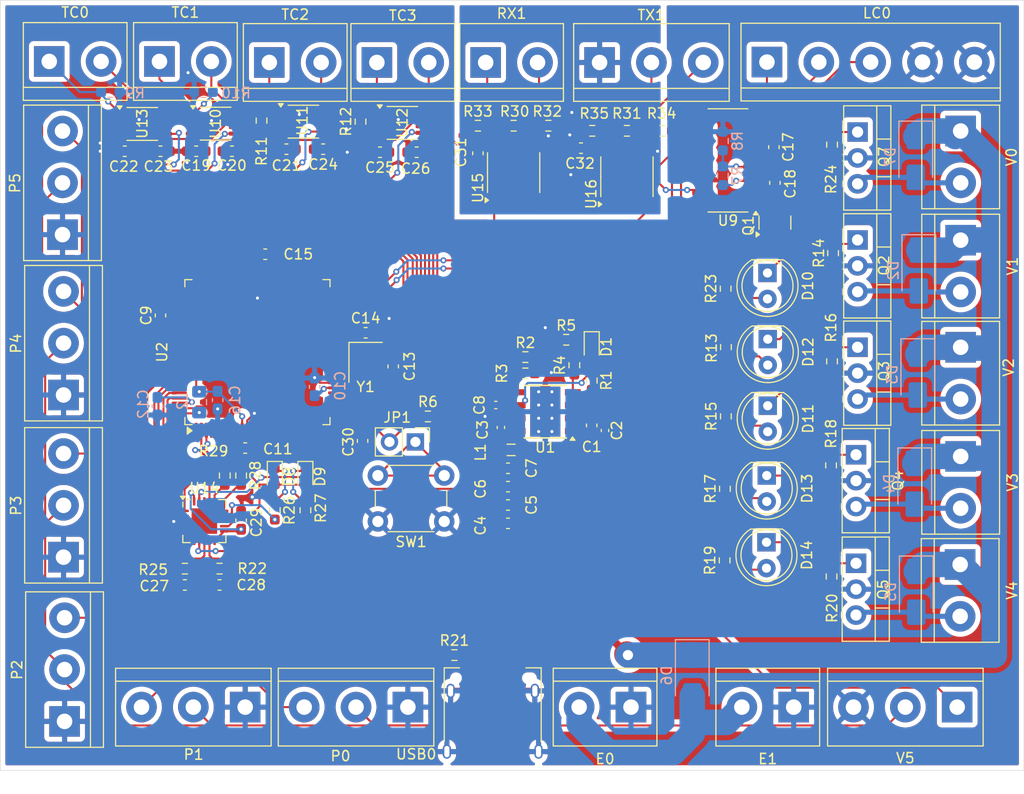
<source format=kicad_pcb>
(kicad_pcb (version 20241229) (generator "pcbnew") (generator_version "9.0")
  (layers (0 "F.Cu" signal) (2 "B.Cu" signal) (13 "F.Paste" user) (15 "B.Paste" user) (5 "F.SilkS" user "F.Silkscreen") (7 "B.SilkS" user "B.Silkscreen") (1 "F.Mask" user) (3 "B.Mask" user) (25 "Edge.Cuts" user))
  (net 0 "")
  (net 1 "GND")
  (net 2 "+12V")
  (net 3 "Net-(U1-BOOT)")
  (net 4 "/Power Supply/SW")
  (net 5 "+5V")
  (net 6 "/Power Supply/VCC")
  (net 7 "Net-(U2-AREF)")
  (net 8 "Net-(U2-XTAL2)")
  (net 9 "Net-(U2-XTAL1)")
  (net 10 "Net-(U9-VBG)")
  (net 11 "Net-(USB0-D+)")
  (net 12 "Net-(USB0-D-)")
  (net 13 "+3.3V")
  (net 14 "/~{RESET}")
  (net 15 "Net-(U14-~{RTS})")
  (net 16 "Net-(D1-K)")
  (net 17 "PG")
  (net 18 "Net-(D2-A)")
  (net 19 "Net-(D3-A)")
  (net 20 "Net-(D4-A)")
  (net 21 "Net-(D5-A)")
  (net 22 "Net-(D7-A)")
  (net 23 "Net-(D8-K)")
  (net 24 "Net-(D9-K)")
  (net 25 "Net-(D10-K)")
  (net 26 "Net-(D10-A)")
  (net 27 "Net-(D11-K)")
  (net 28 "Net-(D11-A)")
  (net 29 "Net-(D12-A)")
  (net 30 "Net-(D12-K)")
  (net 31 "Net-(D13-A)")
  (net 32 "Net-(D13-K)")
  (net 33 "Net-(D14-A)")
  (net 34 "Net-(D14-K)")
  (net 35 "/Sensors/LDA+")
  (net 36 "/Sensors/LDA-")
  (net 37 "Net-(RX1-Pin_2)")
  (net 38 "Net-(RX1-Pin_1)")
  (net 39 "Net-(TX1-Pin_2)")
  (net 40 "Net-(JP1-A)")
  (net 41 "Net-(U2-AVCC)")
  (net 42 "/MCU/D29")
  (net 43 "Net-(Q1-B)")
  (net 44 "/Power Supply/FB")
  (net 45 "Net-(U9-VFB)")
  (net 46 "Net-(TC0--)")
  (net 47 "Net-(TC1--)")
  (net 48 "Net-(TC2--)")
  (net 49 "Net-(TC3--)")
  (net 50 "/MCU/D25")
  (net 51 "/MCU/D26")
  (net 52 "/MCU/D27")
  (net 53 "/MCU/D28")
  (net 54 "Net-(USB0-CC)")
  (net 55 "Net-(U14-USBDM)")
  (net 56 "/MCU/D24")
  (net 57 "Net-(U14-USBDP)")
  (net 58 "Net-(U14-CBUS1)")
  (net 59 "Net-(U14-CBUS2)")
  (net 60 "Net-(U14-CBUS0)")
  (net 61 "Net-(U14-CBUS3)")
  (net 62 "Net-(TC0-+)")
  (net 63 "Net-(TC1-+)")
  (net 64 "Net-(TC2-+)")
  (net 65 "Net-(TC3-+)")
  (net 66 "/MCU/ADC3")
  (net 78 "/Communications/COPI")
  (net 86 "/MCU/ADC9")
  (net 90 "/MCU/ADC6")
  (net 96 "/MCU/ADC8")
  (net 103 "/MCU/ADC7")
  (net 108 "/HIPO")
  (net 115 "/MCU/D22")
  (net 121 "/MCU/ADC2")
  (net 124 "/MCU/ADC4")
  (net 125 "/MCU/D23")
  (net 130 "/MCU/ADC1")
  (net 133 "/Communications/CIPO")
  (net 139 "/MCU/ADC0")
  (net 142 "/MCU/ADC5")
  (net 145 "/HOPI")
  (net 159 "Net-(LC0-Pin_3)")
  (net 160 "GND1")
  (net 161 "Net-(TX1-Pin_3)")
  (net 162 "/VDC+")
  (footprint "Capacitor_SMD:C_0603_1608Metric" (layer "F.Cu") (at 119.75 74.485 180)
    (property "Reference" "C5")
    (property "Value" "22uF")
  )
  (footprint "TerminalBlock:TerminalBlock_bornier-3_P5.08mm" (layer "F.Cu") (at 76.2 63.7 90)
    (property "Reference" "P4")
    (property "Value" "Pressure Transducer")
  )
  (footprint "Package_SO:SOIC-8_3.9x4.9mm_P1.27mm" (layer "F.Cu") (at 131.4 42.3 90)
    (property "Reference" "U16")
    (property "Value" "MAX485E")
  )
  (footprint "Capacitor_SMD:C_0603_1608Metric_Pad1.08x0.95mm_HandSolder" (layer "F.Cu") (at 110.8 39.9)
    (property "Reference" "C26")
    (property "Value" "0.1uF")
  )
  (footprint "Package_TO_SOT_THT:TO-220-3_Vertical" (layer "F.Cu") (at 154 48.5 -90)
    (property "Reference" "Q2")
    (property "Value" "IRLZ44N")
  )
  (footprint "TerminalBlock:TerminalBlock_bornier-2_P5.08mm" (layer "F.Cu") (at 85.6 31)
    (property "Reference" "TC1")
    (property "Value" "Thermocouple")
  )
  (footprint "Resistor_SMD:R_0603_1608Metric_Pad0.98x0.95mm_HandSolder" (layer "F.Cu") (at 111.9 65.8)
    (property "Reference" "R6")
    (property "Value" "10K")
  )
  (footprint "Inductor_SMD:L_0805_2012Metric" (layer "F.Cu") (at 120.05 69.085)
    (property "Reference" "L1")
    (property "Value" "8uH")
  )
  (footprint "TerminalBlock:TerminalBlock_bornier-2_P5.08mm" (layer "F.Cu") (at 164.04875 80.32 -90)
    (property "Reference" "V4")
    (property "Value" "L")
  )
  (footprint "Resistor_SMD:R_0603_1608Metric_Pad0.98x0.95mm_HandSolder" (layer "F.Cu") (at 121.45 59.985 180)
    (property "Reference" "R2")
    (property "Value" "100K")
  )
  (footprint "LED_THT:LED_D5.0mm" (layer "F.Cu") (at 145.2 58.225 -90)
    (property "Reference" "D12")
    (property "Value" "LED")
  )
  (footprint "Package_SO:MSOP-8_3x3mm_P0.65mm" (layer "F.Cu") (at 83.9125 37.125)
    (property "Reference" "U13")
    (property "Value" "AD8495")
  )
  (footprint "Resistor_SMD:R_0603_1608Metric_Pad0.98x0.95mm_HandSolder" (layer "F.Cu") (at 127.95 62.285 -90)
    (property "Reference" "R1")
    (property "Value" "100K")
  )
  (footprint "Package_SO:SOP-16_3.9x9.9mm_P1.27mm" (layer "F.Cu") (at 141.3 40.7 180)
    (property "Reference" "U9")
    (property "Value" "HX711")
  )
  (footprint "LED_SMD:LED_0603_1608Metric" (layer "F.Cu") (at 127.95 58.985 -90)
    (property "Reference" "D1")
    (property "Value" "LED")
  )
  (footprint "TerminalBlock:TerminalBlock_bornier-2_P5.08mm" (layer "F.Cu") (at 164.1 37.82 -90)
    (property "Reference" "V0")
    (property "Value" "L")
  )
  (footprint "TerminalBlock:TerminalBlock_bornier-2_P5.08mm" (layer "F.Cu") (at 147.74 94.3 180)
    (property "Reference" "E1")
    (property "Value" "VDC")
  )
  (footprint "Package_TO_SOT_THT:TO-220-3_Vertical" (layer "F.Cu") (at 154 37.9175 -90)
    (property "Reference" "Q7")
    (property "Value" "IRLZ44N")
  )
  (footprint "Resistor_SMD:R_0603_1608Metric_Pad0.98x0.95mm_HandSolder" (layer "F.Cu") (at 114.5 89.2)
    (property "Reference" "R21")
    (property "Value" "5.1K")
  )
  (footprint "LED_SMD:LED_0603_1608Metric" (layer "F.Cu") (at 96.9 71.7 -90)
    (property "Reference" "D8")
    (property "Value" "LED")
  )
  (footprint "TerminalBlock:TerminalBlock_bornier-2_P5.08mm" (layer "F.Cu") (at 117.56 31.1)
    (property "Reference" "RX1")
    (property "Value" "COPI")
  )
  (footprint "Resistor_SMD:R_0603_1608Metric_Pad0.98x0.95mm_HandSolder" (layer "F.Cu") (at 120.3 37.3 180)
    (property "Reference" "R30")
    (property "Value" "120")
  )
  (footprint "TerminalBlock:TerminalBlock_bornier-3_P5.08mm" (layer "F.Cu") (at 76.1 47.98 90)
    (property "Reference" "P5")
    (property "Value" "Pressure Transducer")
  )
  (footprint "Capacitor_SMD:C_0603_1608Metric_Pad1.08x0.95mm_HandSolder" (layer "F.Cu") (at 94 68.9)
    (property "Reference" "C11")
    (property "Value" "100nF")
  )
  (footprint "Capacitor_SMD:C_0603_1608Metric_Pad1.08x0.95mm_HandSolder" (layer "F.Cu") (at 89.2 39.8)
    (property "Reference" "C19")
    (property "Value" "0.1uF")
  )
  (footprint "LED_THT:LED_D5.0mm" (layer "F.Cu") (at 145.1 71.6 -90)
    (property "Reference" "D13")
    (property "Value" "LED")
  )
  (footprint "Capacitor_SMD:C_0603_1608Metric_Pad1.08x0.95mm_HandSolder" (layer "F.Cu") (at 88.0875 82.325 180)
    (property "Reference" "C27")
    (property "Value" "47pF")
  )
  (footprint "Package_DFN_QFN:QFN-20-1EP_4x4mm_P0.5mm_EP2.5x2.5mm" (layer "F.Cu") (at 90 76.0625)
    (property "Reference" "U14")
    (property "Value" "FT231XQ")
  )
  (footprint "Resistor_SMD:R_0603_1608Metric_Pad0.98x0.95mm_HandSolder" (layer "F.Cu") (at 141.0725 53.2775 90)
    (property "Reference" "R23")
    (property "Value" "220")
  )
  (footprint "Package_SO:Texas_HSOP-8-1EP_3.9x4.9mm_P1.27mm_ThermalVias" (layer "F.Cu") (at 123.4 65.335 180)
    (property "Reference" "U1")
    (property "Value" "LMR33630ADDA")
  )
  (footprint "Resistor_SMD:R_0603_1608Metric_Pad0.98x0.95mm_HandSolder" (layer "F.Cu") (at 141.09375 65.79375 90)
    (property "Reference" "R15")
    (property "Value" "220")
  )
  (footprint "Resistor_SMD:R_0603_1608Metric_Pad0.98x0.95mm_HandSolder" (layer "F.Cu") (at 105.3 36.9 90)
    (property "Reference" "R12")
    (property "Value" "1M")
  )
  (footprint "Capacitor_SMD:C_0603_1608Metric_Pad1.08x0.95mm_HandSolder" (layer "F.Cu") (at 82.2 39.8)
    (property "Reference" "C22")
    (property "Value" "0.1uF")
  )
  (footprint "Button_Switch_THT:SW_PUSH_6mm" (layer "F.Cu") (at 113.5 76.1 180)
    (property "Reference" "SW1")
    (property "Value" "RESET")
  )
  (footprint "Resistor_SMD:R_0603_1608Metric_Pad0.98x0.95mm_HandSolder" (layer "F.Cu") (at 116.8 37.3 180)
    (property "Reference" "R33")
    (property "Value" "1K")
  )
  (footprint "Resistor_SMD:R_0603_1608Metric_Pad0.98x0.95mm_HandSolder" (layer "F.Cu") (at 99.9 75 90)
    (property "Reference" "R27")
    (property "Value" "220")
  )
  (footprint "Capacitor_SMD:C_0603_1608Metric_Pad1.08x0.95mm_HandSolder" (layer "F.Cu") (at 93.6 76 90)
    (property "Reference" "C29")
    (property "Value" "100nF")
  )
  (footprint "Resistor_SMD:R_0603_1608Metric_Pad0.98x0.95mm_HandSolder" (layer "F.Cu") (at 151.5 39.16 -90)
    (property "Reference" "R24")
    (property "Value" "10K")
  )
  (footprint "TerminalBlock:TerminalBlock_bornier-3_P5.08mm" (layer "F.Cu") (at 76.2 79.6 90)
    (property "Reference" "P3")
    (property "Value" "Pressure Transducer")
  )
  (footprint "Resistor_SMD:R_0603_1608Metric_Pad0.98x0.95mm_HandSolder" (layer "F.Cu") (at 93.6 71.6 90)
    (property "Reference" "R28")
    (property "Value" "10K")
  )
  (footprint "Resistor_SMD:R_0603_1608Metric_Pad0.98x0.95mm_HandSolder" (layer "F.Cu") (at 128 37.8 180)
    (property "Reference" "R35")
    (property "Value" "1K")
  )
  (footprint "Capacitor_SMD:C_0603_1608Metric_Pad1.08x0.95mm_HandSolder" (layer "F.Cu") (at 101.6375 39.6)
    (property "Reference" "C24")
    (property "Value" "0.1uF")
  )
  (footprint "Oscillator:Oscillator_SMD_Abracon_ASE-4Pin_3.2x2.5mm" (layer "F.Cu") (at 105.8 60.5 -90)
    (property "Reference" "Y1")
    (property "Value" "ABM8-16.000MHZ-B2-T")
  )
  (footprint "Capacitor_SMD:C_0603_1608Metric_Pad1.08x0.95mm_HandSolder" (layer "F.Cu") (at 91.4875 82.325)
    (property "Reference" "C28")
    (property "Value" "47pF")
  )
  (footprint "TerminalBlock:TerminalBlock_bornier-2_P5.08mm" (layer "F.Cu") (at 106.9 31.1)
    (property "Reference" "TC3")
    (property "Value" "Thermocouple")
  )
  (footprint "LED_THT:LED_D5.0mm" (layer "F.Cu") (at 145.0725 78.1375 -90)
    (property "Reference" "D14")
    (property "Value" "LED")
  )
  (footprint "TerminalBlock:TerminalBlock_bornier-2_P5.08mm" (layer "F.Cu") (at 96.36 31.1)
    (property "Reference" "TC2")
    (property "Value" "Thermocouple")
  )
  (footprint "TerminalBlock:TerminalBlock_bornier-3_P5.08mm" (layer "F.Cu") (at 128.72 31.1)
    (property "Reference" "TX1")
    (property "Value" "CIPO")
  )
  (footprint "Resistor_SMD:R_0603_1608Metric_Pad0.98x0.95mm_HandSolder" (layer "F.Cu") (at 91.4875 80.725)
    (property "Reference" "R22")
    (property "Value" "27")
  )
  (footprint "Package_SO:SOIC-8_3.9x4.9mm_P1.27mm" (layer "F.Cu") (at 120.3 41.9 90)
    (property "Reference" "U15")
    (property "Value" "MAX485E")
  )
  (footprint "TerminalBlock:TerminalBlock_bornier-3_P5.08mm" (layer "F.Cu") (at 163.76 94.3 180)
    (property "Reference" "V5")
    (property "Value" "SABV")
  )
  (footprint "Package_TO_SOT_THT:TO-220-3_Vertical" (layer "F.Cu") (at 153.85 69.56 -90)
    (property "Reference" "Q4")
    (property "Value" "IRLZ44N")
  )
  (footprint "Resistor_SMD:R_0603_1608Metric_Pad0.98x0.95mm_HandSolder" (layer "F.Cu") (at 134.9 37.8 180)
    (property "Reference" "R34")
    (property "Value" "1K")
  )
  (footprint "Capacitor_SMD:C_0603_1608Metric_Pad1.08x0.95mm_HandSolder" (layer "F.Cu") (at 116.8 40 90)
    (property "Reference" "C31")
    (property "Value" "0.1uF")
  )
  (footprint "Resistor_SMD:R_0603_1608Metric_Pad0.98x0.95mm_HandSolder" (layer "F.Cu") (at 140.9725 79.9125 90)
    (property "Reference" "R19")
    (property "Value" "220")
  )
  (footprint "Package_QFP:TQFP-100_14x14mm_P0.5mm" (layer "F.Cu") (at 95.2 59.5 90)
    (property "Reference" "U2")
    (property "Value" "ATmega2560-16A")
  )
  (footprint "Capacitor_SMD:C_0603_1608Metric_Pad1.08x0.95mm_HandSolder" (layer "F.Cu") (at 145.8 39.4 -90)
    (property "Reference" "C17")
    (property "Value" "0.1uF")
  )
  (footprint "Capacitor_SMD:C_0402_1005Metric" (layer "F.Cu") (at 119.05 66.885 -90)
    (property "Reference" "C3")
    (property "Value" "0.1uF")
  )
  (footprint "Resistor_SMD:R_0603_1608Metric_Pad0.98x0.95mm_HandSolder" (layer "F.Cu") (at 96.9 75 -90)
    (property "Reference" "R26")
    (property "Value" "220")
  )
  (footprint "Capacitor_SMD:C_0603_1608Metric_Pad1.08x0.95mm_HandSolder" (layer "F.Cu") (at 95.9625 49.9 180)
    (property "Reference" "C15")
    (property "Value" "100nF")
  )
  (footprint "Resistor_SMD:R_0603_1608Metric_Pad0.98x0.95mm_HandSolder" (layer "F.Cu") (at 151.6 49.7975 -90)
    (property "Reference" "R14")
    (property "Value" "10K")
  )
  (footprint "Package_TO_SOT_SMD:SOT-23" (layer "F.Cu") (at 145.9 46.8 90)
    (property "Reference" "Q1")
    (property "Value" "S8550")
  )
  (footprint "Resistor_SMD:R_0603_1608Metric_Pad0.98x0.95mm_HandSolder" (layer "F.Cu") (at 151.49875 60.4 -90)
    (property "Reference" "R16")
    (property "Value" "10K")
  )
  (footprint "Resistor_SMD:R_0603_1608Metric_Pad0.98x0.95mm_HandSolder" (layer "F.Cu") (at 141 72.9 90)
    (property "Reference" "R17")
    (property "Value" "220")
  )
  (footprint "TerminalBlock:TerminalBlock_bornier-5_P5.08mm" (layer "F.Cu") (at 145.12 31.0625)
    (property "Reference" "LC0")
    (property "Value" "Load Cell")
  )
  (footprint "Resistor_SMD:R_0603_1608Metric_Pad0.98x0.95mm_HandSolder" (layer "F.Cu") (at 88.0875 80.725 180)
    (property "Reference" "R25")
    (property "Value" "27")
  )
  (footprint "Capacitor_SMD:C_0603_1608Metric_Pad1.08x0.95mm_HandSolder" (layer "F.Cu") (at 108.5 60.9 90)
    (property "Reference" "C13")
    (property "Value" "22pF")
  )
  (footprint "Connector_PinHeader_2.54mm:PinHeader_1x02_P2.54mm_Vertical" (layer "F.Cu") (at 110.675 68.3 -90)
    (property "Reference" "JP1")
    (property "Value" "RESET_ENABLE")
  )
  (footprint "Capacitor_SMD:C_0603_1608Metric_Pad1.08x0.95mm_HandSolder" (layer "F.Cu") (at 85.7 55.9 -90)
    (property "Reference" "C9")
    (property "Value" "100nF")
  )
  (footprint "Capacitor_SMD:C_0603_1608Metric_Pad1.08x0.95mm_HandSolder" (layer "F.Cu") (at 126.9 39.5)
    (property "Reference" "C32")
    (property "Value" "0.1uF")
  )
  (footprint "Capacitor_SMD:C_0603_1608Metric" (layer "F.Cu") (at 119.75 70.885 180)
    (property "Reference" "C7")
    (property "Value" "22uF")
  )
  (footprint "Capacitor_SMD:C_0603_1608Metric_Pad1.08x0.95mm_HandSolder" (layer "F.Cu") (at 92.7 39.8)
    (property "Reference" "C20")
    (property "Value" "0.1uF")
  )
  (footprint "Package_SO:MSOP-8_3x3mm_P0.65mm" (layer "F.Cu") (at 99.7 36.9)
    (property "Reference" "U11")
    (property "Value" "AD8495")
  )
  (footprint "Resistor_SMD:R_0603_1608Metric_Pad0.98x0.95mm_HandSolder" (layer "F.Cu") (at 125.45 58.285 180)
    (property "Reference" "R5")
    (property "Value" "220")
  )
  (footprint "Resistor_SMD:R_0603_1608Metric_Pad0.98x0.95mm_HandSolder" (layer "F.Cu") (at 121.45 61.585)
    (property "Reference" "R3")
    (property "Value" "24.9K")
  )
  (footprint "Capacitor_SMD:C_0603_1608Metric" (layer "F.Cu") (at 127.95 66.685 -90)
    (property "Reference" "C1")
    (property "Value" "10uF")
  )
  (footprint "LED_SMD:LED_0603_1608Metric" (layer "F.Cu") (at 99.9 71.7 -90)
    (property "Reference" "D9")
    (property "Value" "LED")
  )
  (footprint "TerminalBlock:TerminalBlock_bornier-2_P5.08mm" (layer "F.Cu") (at 164.1 48.52 -90)
    (property "Reference" "V1")
    (property "Value" "L")
  )
  (footprint "Resistor_SMD:R_0603_1608Metric_Pad0.98x0.95mm_HandSolder" (layer "F.Cu") (at 131.4 37.8 180)
    (property "Reference" "R31")
    (property "Value" "120")
  )
  (footprint "TerminalBlock:TerminalBlock_bornier-2_P5.08mm" (layer "F.Cu") (at 164.1 69.7225 -90)
    (property "Reference" "V3")
    (property "Value" "L")
  )
  (footprint "Resistor_SMD:R_0603_1608Metric_Pad0.98x0.95mm_HandSolder" (layer "F.Cu") (at 151.4 70.6 -90)
    (property "Reference" "R18")
    (property "Value" "10K")
  )
  (footprint "TerminalBlock:TerminalBlock_bornier-2_P5.08mm" (layer "F.Cu") (at 131.8 94.3 180)
    (property "Reference" "E0")
    (property "Value" "VDC")
  )
  (footprint "LED_THT:LED_D5.0mm" (layer "F.Cu") (at 145.19375 64.75375 -90)
    (property "Reference" "D11")
    (property "Value" "LED")
  )
  (footprint "Capacitor_SMD:C_0603_1608Metric_Pad1.08x0.95mm_HandSolder" (layer "F.Cu") (at 107.2 39.9)
    (property "Reference" "C25")
    (property "Value" "0.1uF")
  )
  (footprint "Resistor_SMD:R_0603_1608Metric_Pad0.98x0.95mm_HandSolder" (layer "F.Cu") (at 151.44875 81.4975 -90)
    (property "Reference" "R20")
    (property "Value" "10K")
  )
  (footprint "LED_THT:LED_D5.0mm" (layer "F.Cu") (at 145.1725 51.7375 -90)
    (property "Reference" "D10")
    (property "Value" "LED")
  )
  (footprint "Capacitor_SMD:C_0603_1608Metric_Pad1.08x0.95mm_HandSolder" (layer "F.Cu") (at 105.8 57.6)
    (property "Reference" "C14")
    (property "Value" "22pF")
  )
  (footprint "TerminalBlock:TerminalBlock_bornier-2_P5.08mm" (layer "F.Cu") (at 164.09875 59.0225 -90)
    (property "Reference" "V2")
    (property "Value" "L")
  )
  (footprint "Connector_USB:USB_C_Receptacle_Amphenol_12401610E4-2A" (layer "F.Cu") (at 118.25 95.82)
    (property "Reference" "USB0")
    (property "Value" "USB_C_Plug_USB2.0")
  )
  (footprint "Package_SO:MSOP-8_3x3mm_P0.65mm" (layer "F.Cu") (at 109.4 37.025)
    (property "Reference" "U12")
    (property "Value" "AD8495")
  )
  (footprint "Capacitor_SMD:C_0603_1608Metric" (layer "F.Cu") (at 119.75 72.685 180)
    (property "Reference" "C6")
    (property "Value" "22uF")
  )
  (footprint "Resistor_SMD:R_0603_1608Metric_Pad0.98x0.95mm_HandSolder" (layer "F.Cu") (at 92 71.6 90)
    (property "Reference" "R29")
    (property "Value" "10K")
  )
  (footprint "Resistor_SMD:R_0603_1608Metric_Pad0.98x0.95mm_HandSolder" (layer "F.Cu") (at 126.25 60.785 90)
    (property "Reference" "R4")
    (property "Value" "10K")
  )
  (footprint "TerminalBlock:TerminalBlock_bornier-3_P5.08mm" (layer "F.Cu") (at 109.94 94.3 180)
    (property "Reference" "P0")
    (property "Value" "Pressure Transducer")
  )
  (footprint "Capacitor_SMD:C_0603_1608Metric_Pad1.08x0.95mm_HandSolder" (layer "F.Cu") (at 145.9 42.9 90)
    (property "Reference" "C18")
    (property "Value" "10uF")
  )
  (footprint "Capacitor_SMD:C_0603_1608Metric_Pad1.08x0.95mm_HandSolder" (layer "F.Cu") (at 85.7 39.8)
    (property "Reference" "C23")
    (property "Value" "0.1uF")
  )
  (footprint "TerminalBlock:TerminalBlock_bornier-2_P5.08mm" (layer "F.Cu") (at 74.8 31)
    (property "Reference" "TC0")
    (property "Value" "Thermocouple")
  )
  (footprint "TerminalBlock:TerminalBlock_bornier-3_P5.08mm" (layer "F.Cu") (at 76.3 95.7 90)
    (property "Reference" "P2")
    (property "Value" "Pressure Transducer")
  )
  (footprint "Resistor_SMD:R_0603_1608Metric_Pad0.98x0.95mm_HandSolder" (layer "F.Cu") (at 123.7 37.3 180)
    (property "Reference" "R32")
    (property "Value" "1K")
  )
  (footprint "Resistor_SMD:R_0603_1608Metric_Pad0.98x0.95mm_HandSolder" (layer "F.Cu") (at 95.6 36.8 90)
    (property "Reference" "R11")
    (property "Value" "1M")
  )
  (footprint "Capacitor_SMD:C_0402_1005Metric" (layer "F.Cu") (at 129.25 67.185 -90)
    (property "Reference" "C2")
    (property "Value" "220nF")
  )
  (footprint "TerminalBlock:TerminalBlock_bornier-3_P5.08mm" (layer "F.Cu") (at 94 94.3 180)
    (property "Reference" "P1")
    (property "Value" "Pressure Transducer")
  )
  (footprint "Capacitor_SMD:C_0603_1608Metric_Pad1.08x0.95mm_HandSolder" (layer "F.Cu") (at 105.5 68.2 90)
    (property "Reference" "C30")
    (property "Value" "0.1uF")
  )
  (footprint "Capacitor_SMD:C_0603_1608Metric" (layer "F.Cu") (at 119.75 76.285 180)
    (property "Reference" "C4")
    (property "Value" "22uF")
  )
  (footprint "Package_SO:MSOP-8_3x3mm_P0.65mm" (layer "F.Cu") (at 91.1 37.1)
    (property "Reference" "U10")
    (property "Value" "AD8495")
  )
  (footprint "Package_TO_SOT_THT:TO-220-3_Vertical" (layer "F.Cu") (at 153.84875 80.1975 -90)
    (property "Reference" "Q5")
    (property "Value" "IRLZ44N")
  )
  (footprint "Capacitor_SMD:C_0603_1608Metric_Pad1.08x0.95mm_HandSolder" (layer "F.Cu") (at 98.0375 39.6)
    (property "Reference" "C21")
    (property "Value" "0.1uF")
  )
  (footprint "Resistor_SMD:R_0603_1608Metric_Pad0.98x0.95mm_HandSolder" (layer "F.Cu") (at 141.1 59 90)
    (property "Reference" "R13")
    (property "Value" "220")
  )
  (footprint "Package_TO_SOT_THT:TO-220-3_Vertical" (layer "F.Cu") (at 153.99875 59.02 -90)
    (property "Reference" "Q3")
    (property "Value" "IRLZ44N")
  )
  (footprint "Capacitor_SMD:C_0402_1005Metric" (layer "F.Cu") (at 118.55 64.685)
    (property "Reference" "C8")
    (property "Value" "1uF")
  )
  (footprint "Capacitor_SMD:C_0603_1608Metric_Pad1.08x0.95mm_HandSolder" (layer "B.Cu") (at 85.4 64.8 -90)
    (property "Reference" "C12")
    (property "Value" "100nF")
  )
  (footprint "Capacitor_SMD:C_0603_1608Metric_Pad1.08x0.95mm_HandSolder" (layer "B.Cu") (at 100.8 62.9 90)
    (property "Reference" "C10")
    (property "Value" "100nF")
  )
  (footprint "Diode_SMD:D_SMA" (layer "B.Cu") (at 159.89875 61.7 -90)
    (property "Reference" "D3")
    (property "Value" "SS34")
  )
  (footprint "Resistor_SMD:R_0603_1608Metric_Pad0.98x0.95mm_HandSolder" (layer "B.Cu") (at 89.9125 34)
    (property "Reference" "R10")
    (property "Value" "1M")
  )
  (footprint "Diode_SMD:D_SMA" (layer "B.Cu") (at 159.74875 82.9975 -90)
    (property "Reference" "D5")
    (property "Value" "SS34")
  )
  (footprint "Resistor_SMD:R_0603_1608Metric_Pad0.98x0.95mm_HandSolder" (layer "B.Cu") (at 80.7875 34 180)
    (property "Reference" "R9")
    (property "Value" "1M")
  )
  (footprint "Resistor_SMD:R_0603_1608Metric_Pad0.98x0.95mm_HandSolder" (layer "B.Cu") (at 140.8 42.2 90)
    (property "Reference" "R7")
    (property "Value" "24K")
  )
  (footprint "Capacitor_SMD:C_0603_1608Metric_Pad1.08x0.95mm_HandSolder" (layer "B.Cu") (at 91.3 64.2 -90)
    (property "Reference" "C16")
    (property "Value" "100nF")
  )
  (footprint "Inductor_SMD:L_0805_2012Metric_Pad1.15x1.40mm_HandSolder" (layer "B.Cu") (at 89.5 64.4 -90)
    (property "Reference" "L2")
    (property "Value" "10uH")
  )
  (footprint "Resistor_SMD:R_0603_1608Metric_Pad0.98x0.95mm_HandSolder" (layer "B.Cu") (at 140.8 38.8 90)
    (property "Reference" "R8")
    (property "Value" "10K")
  )
  (footprint "Diode_SMD:D_SMA" (layer "B.Cu") (at 137.8 91.2 -90)
    (property "Reference" "D6")
    (property "Value" "SS34")
  )
  (footprint "Diode_SMD:D_SMA" (layer "B.Cu") (at 159.7 40.36 -90)
    (property "Reference" "D7")
    (property "Value" "SS34")
  )
  (footprint "Diode_SMD:D_SMA" (layer "B.Cu") (at 159.6 72.4 -90)
    (property "Reference" "D4")
    (property "Value" "SS34")
  )
  (footprint "Diode_SMD:D_SMA" (layer "B.Cu") (at 160 51.4975 -90)
    (property "Reference" "D2")
    (property "Value" "SS34")
  )
  (gr_rect (start 70 25) (end 170.3 100.5) (stroke (width 0.05)) (fill no) (layer "Edge.Cuts"))
  (segment (start 81.8 36.8) (end 81.8 37.45) (width 0.2) (layer "F.Cu") (net 1))
  (segment (start 96.0875 37.225) (end 97.5875 37.225) (width 0.2) (layer "F.Cu") (net 1))
  (segment (start 114.33 92.5) (end 114.12 92.71) (width 0.2) (layer "F.Cu") (net 1))
  (segment (start 105.3 37.8125) (end 105.7625 37.35) (width 0.2) (layer "F.Cu") (net 1))
  (segment (start 86.4625 56) (end 87.5375 56) (width 0.2) (layer "F.Cu") (net 1))
  (segment (start 87 76.1) (end 88.025 76.1) (width 0.2) (layer "F.Cu") (net 1))
  (segment (start 85.7 56.7625) (end 86.4625 56) (width 0.2) (layer "F.Cu") (net 1))
  (segment (start 115.25 92.5) (end 114.33 92.5) (width 0.2) (layer "F.Cu") (net 1))
  (segment (start 89.251057 64.824) (end 91.0615 64.824) (width 0.2) (layer "F.Cu") (net 1))
  (segment (start 95.7 50.5) (end 95.7 51.8375) (width 0.2) (layer "F.Cu") (net 1))
  (segment (start 88.9875 37.425) (end 88.9875 36.775) (width 0.2) (layer "F.Cu") (net 1))
  (segment (start 91.0615 64.824) (end 91.3 65.0625) (width 0.2) (layer "F.Cu") (net 1))
  (segment (start 94.2 67.1625) (end 94.2 68.2375) (width 0.2) (layer "F.Cu") (net 1))
  (segment (start 105.7625 37.35) (end 107.2875 37.35) (width 0.2) (layer "F.Cu") (net 1))
  (segment (start 122.17 92.5) (end 122.38 92.71) (width 0.2) (layer "F.Cu") (net 1))
  (segment (start 88.9875 36.775) (end 90.675 36.775) (width 0.2) (layer "F.Cu") (net 1))
  (segment (start 100.8 62) (end 101.3 62.5) (width 0.2) (layer "F.Cu") (net 1))
  (segment (start 87.225 82.525) (end 88.6 83.9) (width 0.2) (layer "F.Cu") (net 1))
  (segment (start 120.75 92.5) (end 122.17 92.5) (width 0.2) (layer "F.Cu") (net 1))
  (segment (start 104.975 61.1) (end 106.625 59.45) (width 0.2) (layer "F.Cu") (net 1))
  (segment (start 88.025 76.1) (end 88.0625 76.0625) (width 0.2) (layer "F.Cu") (net 1))
  (segment (start 121 90.8) (end 121 89.9) (width 0.2) (layer "F.Cu") (net 1))
  (segment (start 121 89.9) (end 121 90) (width 0.2) (layer "F.Cu") (net 1))
  (segment (start 104.975 61.55) (end 104.975 61.1) (width 0.2) (layer "F.Cu") (net 1))
  (segment (start 81.8 36.8) (end 83.5 36.8) (width 0.2) (layer "F.Cu") (net 1))
  (segment (start 94.2 67.1625) (end 94.2 66.2) (width 0.2) (layer "F.Cu") (net 1))
  (segment (start 88.0625 76.0625) (end 90 76.0625) (width 0.2) (layer "F.Cu") (net 1))
  (segment (start 115.5 91.648) (end 115.25 91.898) (width 0.2) (layer "F.Cu") (net 1))
  (segment (start 98.925 36.575) (end 97.5875 36.575) (width 0.2) (layer "F.Cu") (net 1))
  (segment (start 99.3 36.2) (end 98.925 36.575) (width 0.2) (layer "F.Cu") (net 1))
  (segment (start 87.5375 65) (end 89.075057 65) (width 0.2) (layer "F.Cu") (net 1))
  (segment (start 89.075057 65) (end 89.251057 64.824) (width 0.2) (layer "F.Cu") (net 1))
  (segment (start 115.25 91.898) (end 115.25 92.5) (width 0.2) (layer "F.Cu") (net 1))
  (segment (start 101.3 62.5) (end 102.8625 62.5) (width 0.2) (layer "F.Cu") (net 1))
  (segment (start 83.5 36.8) (end 83.6 36.7) (width 0.2) (layer "F.Cu") (net 1))
  (segment (start 95.7 51.8375) (end 95.7 53.7) (width 0.2) (layer "F.Cu") (net 1))
  (segment (start 107.2875 36.7) (end 109 36.7) (width 0.2) (layer "F.Cu") (net 1))
  (segment (start 95.7 53.7) (end 95.2 54.2) (width 0.2) (layer "F.Cu") (net 1))
  (segment (start 87.225 82.325) (end 87.225 82.525) (width 0.2) (layer "F.Cu") (net 1))
  (segment (start 115.5 90.8) (end 115.5 91.648) (width 0.2) (layer "F.Cu") (net 1))
  (segment (start 91.9375 76.0625) (end 90 76.0625) (width 0.2) (layer "F.Cu") (net 1))
  (segment (start 94.2 66.2) (end 94.9 65.5) (width 0.2) (layer "F.Cu") (net 1))
  (segment (start 95.6 37.7125) (end 96.0875 37.225) (width 0.2) (layer "F.Cu") (net 1))
  (segment (start 90.675 36.775) (end 90.7 36.8) (width 0.2) (layer "F.Cu") (net 1))
  (segment (start 97.5875 37.225) (end 97.5875 36.575) (width 0.2) (layer "F.Cu") (net 1))
  (segment (start 95.1 49.9) (end 95.7 50.5) (width 0.2) (layer "F.Cu") (net 1))
  (segment (start 94.2 68.2375) (end 94.8625 68.9) (width 0.2) (layer "F.Cu") (net 1))
  (segment (start 107.2875 36.7) (end 107.2875 37.35) (width 0.2) (layer "F.Cu") (net 1))
  (via (at 109 36.7) (size 0.6) (drill 0.3) (layers "F.Cu" "B.Cu") (net 1))
  (via (at 92.3 41.1) (size 0.6) (drill 0.3) (layers "F.Cu" "B.Cu") (net 1))
  (via (at 90.7 36.8) (size 0.6) (drill 0.3) (layers "F.Cu" "B.Cu") (net 1))
  (via (at 83.6 36.7) (size 0.6) (drill 0.3) (layers "F.Cu" "B.Cu") (net 1))
  (via (at 104 39.9) (size 0.6) (drill 0.3) (layers "F.Cu" "B.Cu") (net 1))
  (via (at 91.3 65.0625) (size 0.6) (drill 0.3) (layers "F.Cu" "B.Cu") (net 1))
  (via (at 103.9 37.6) (size 0.6) (drill 0.3) (layers "F.Cu" "B.Cu") (net 1))
  (via (at 79.8 39.8) (size 0.6) (drill 0.3) (layers "F.Cu" "B.Cu") (net 1))
  (via (at 100.8 62) (size 0.6) (drill 0.3) (layers "F.Cu" "B.Cu") (net 1))
  (via (at 108.1 56.2) (size 0.6) (drill 0.3) (layers "F.Cu" "B.Cu") (net 1))
  (via (at 87 76.1) (size 0.6) (drill 0.3) (layers "F.Cu" "B.Cu") (net 1))
  (via (at 94.9 65.5) (size 0.6) (drill 0.3) (layers "F.Cu" "B.Cu") (net 1))
  (via (at 99.3 36.2) (size 0.6) (drill 0.3) (layers "F.Cu" "B.Cu") (net 1))
  (via (at 94.7 73.7) (size 0.6) (drill 0.3) (layers "F.Cu" "B.Cu") (net 1))
  (via (at 95.2 54.2) (size 0.6) (drill 0.3) (layers "F.Cu" "B.Cu") (net 1))
  (via (at 117.5 65.8) (size 0.6) (drill 0.3) (layers "F.Cu" "B.Cu") (net 1))
  (via (at 79.8 39) (size 0.6) (drill 0.3) (layers "F.Cu" "B.Cu") (net 1))
  (via (at 88.3 40.9) (size 0.6) (drill 0.3) (layers "F.Cu" "B.Cu") (net 1))
  (via (at 123.4 57.1) (size 0.6) (drill 0.3) (layers "F.Cu" "B.Cu") (net 1))
  (via (at 124 61.5) (size 0.6) (drill 0.3) (layers "F.Cu" "B.Cu") (net 1))
  (via (at 88.4 32.1) (size 0.6) (drill 0.3) (layers "F.Cu" "B.Cu") (net 1))
  (segment (start 100.8 62.0375) (end 100.8 62) (width 0.2) (layer "B.Cu") (net 1))
  (segment (start 130.1 87.8) (end 130.1 68.141458) (width 0.75) (layer "F.Cu") (net 2))
  (segment (start 127.89 65.97) (end 126.1 65.97) (width 0.75) (layer "F.Cu") (net 2))
  (segment (start 129.567 66.705) (end 129.25 66.705) (width 0.75) (layer "F.Cu") (net 2))
  (segment (start 127.95 65.91) (end 127.89 65.97) (width 0.75) (layer "F.Cu") (net 2))
  (segment (start 129.720458 66.809) (end 129.671 66.809) (width 0.75) (layer "F.Cu") (net 2))
  (segment (start 130.1 68.141458) (end 130.136 68.105458) (width 0.75) (layer "F.Cu") (net 2))
  (segment (start 129.671 66.809) (end 129.567 66.705) (width 0.75) (layer "F.Cu") (net 2))
  (segment (start 127.95 65.91) (end 129.24 65.91) (width 0.75) (layer "F.Cu") (net 2))
  (segment (start 130.136 68.105458) (end 130.136 67.224542) (width 0.75) (layer "F.Cu") (net 2))
  (segment (start 129.25 65.46) (end 128.49 64.7) (width 0.75) (layer "F.Cu") (net 2))
  (segment (start 128.49 64.7) (end 126.1 64.7) (width 0.75) (layer "F.Cu") (net 2))
  (segment (start 131.5 89.2) (end 131.4 89.1) (width 2.5) (layer "F.Cu") (net 2))
  (segment (start 130.136 67.224542) (end 129.720458 66.809) (width 0.75) (layer "F.Cu") (net 2))
  (segment (start 129.25 65.9) (end 129.25 66.705) (width 0.75) (layer "F.Cu") (net 2))
  (segment (start 131.4 89.1) (end 130.1 87.8) (width 0.75) (layer "F.Cu") (net 2))
  (segment (start 129.24 65.91) (end 129.25 65.9) (width 0.75) (layer "F.Cu") (net 2))
  (segment (start 129.25 66.705) (end 129.25 65.46) (width 0.75) (layer "F.Cu") (net 2))
  (via (at 131.5 89.2) (size 2) (drill 1) (layers "F.Cu" "B.Cu") (net 2))
  (segment (start 137.8 89.2) (end 167.4 89.2) (width 2.5) (layer "B.Cu") (net 2))
  (segment (start 164.2775 69.9) (end 167.4 69.9) (width 2.5) (layer "B.Cu") (net 2))
  (segment (start 167.4 69.9) (end 167.4 48.5) (width 2.5) (layer "B.Cu") (net 2))
  (segment (start 164.1 69.7225) (end 160.2775 69.7225) (width 2.5) (layer "B.Cu") (net 2))
  (segment (start 167.4 41.12) (end 164.1 37.82) (width 2.5) (layer "B.Cu") (net 2))
  (segment (start 164.1 37.82) (end 160.24 37.82) (width 2.5) (layer "B.Cu") (net 2))
  (segment (start 167.4 82.97325) (end 167.4 70.249) (width 2.5) (layer "B.Cu") (net 2))
  (segment (start 164.17875 59.1025) (end 164.09875 59.0225) (width 2.5) (layer "B.Cu") (net 2))
  (segment (start 164.12 48.5) (end 167.4 48.5) (width 2.5) (layer "B.Cu") (net 2))
  (segment (start 164.1 69.7225) (end 164.2775 69.9) (width 2.5) (layer "B.Cu") (net 2))
  (segment (start 163.56 38.36) (end 164.1 37.82) (width 2.5) (layer "B.Cu") (net 2))
  (segment (start 164.09875 59.0225) (end 160.57625 59.0225) (width 2.5) (layer "B.Cu") (net 2))
  (segment (start 164.1 48.52) (end 164.12 48.5) (width 2.5) (layer "B.Cu") (net 2))
  (segment (start 164.04875 80.32) (end 160.42625 80.32) (width 2.5) (layer "B.Cu") (net 2))
  (segment (start 160.2775 69.7225) (end 159.6 70.4) (width 2.5) (layer "B.Cu") (net 2))
  (segment (start 167.4 83.67125) (end 167.051 83.32225) (width 2.5) (layer "B.Cu") (net 2))
  (segment (start 160.24 37.82) (end 159.7 38.36) (width 2.5) (layer "B.Cu") (net 2))
  (segment (start 160.42625 80.32) (end 159.74875 80.9975) (width 2.5) (layer "B.Cu") (net 2))
  (segment (start 167.051 59.1025) (end 164.17875 59.1025) (width 2.5) (layer "B.Cu") (net 2))
  (segment (start 167.4 89.2) (end 167.4 83.67125) (width 2.5) (layer "B.Cu") (net 2))
  (segment (start 164.3775 48.7975) (end 164.1 48.52) (width 2.5) (layer "B.Cu") (net 2))
  (segment (start 131.5 89.2) (end 137.8 89.2) (width 2.5) (layer "B.Cu") (net 2))
  (segment (start 160 49.4975) (end 163.1225 49.4975) (width 2.5) (layer "B.Cu") (net 2))
  (segment (start 167.051 83.32225) (end 167.4 82.97325) (width 2.5) (layer "B.Cu") (net 2))
  (segment (start 167.4 48.5) (end 167.4 41.12) (width 2.5) (layer "B.Cu") (net 2))
  (segment (start 160.57625 59.0225) (end 159.89875 59.7) (width 2.5) (layer "B.Cu") (net 2))
  (segment (start 167.051 83.32225) (end 164.04875 80.32) (width 2.5) (layer "B.Cu") (net 2))
  (segment (start 163.1225 49.4975) (end 164.1 48.52) (width 2.5) (layer "B.Cu") (net 2))
  (segment (start 120.7 65.97) (end 119.485 65.97) (width 0.2) (layer "F.Cu") (net 3))
  (segment (start 119.485 65.97) (end 119.05 66.405) (width 0.2) (layer "F.Cu") (net 3))
  (segment (start 120.7 68.6725) (end 121.1125 69.085) (width 0.5) (layer "F.Cu") (net 4))
  (segment (start 120.7 67.24) (end 120.7 68.6725) (width 0.5) (layer "F.Cu") (net 4))
  (segment (start 120.575 67.365) (end 120.7 67.24) (width 0.2) (layer "F.Cu") (net 4))
  (segment (start 119.05 67.365) (end 120.575 67.365) (width 0.2) (layer "F.Cu") (net 4))
  (segment (start 76.3 90.62) (end 74.399 88.719) (width 0.2) (layer "F.Cu") (net 5))
  (segment (start 96.825 49.9) (end 96.2 50.525) (width 0.2) (layer "F.Cu") (net 5))
  (segment (start 106.661 96.101) (end 156.879 96.101) (width 0.2) (layer "F.Cu") (net 5))
  (segment (start 110.700001 36.7) (end 111.5125 36.7) (width 0.2) (layer "F.Cu") (net 5))
  (segment (start 143.8 45.145) (end 144.898 46.243) (width 0.2) (layer "F.Cu") (net 5))
  (segment (start 86.1625 55.5) (end 85.7 55.0375) (width 0.2) (layer "F.Cu") (net 5))
  (segment (start 118.3795 56.002) (end 112.102 56.002) (width 0.2) (layer "F.Cu") (net 5))
  (segment (start 96.2 54.1) (end 94.8 55.5) (width 0.2) (layer "F.Cu") (net 5))
  (segment (start 106.8635 38.701) (end 108.0625 39.9) (width 0.2) (layer "F.Cu") (net 5))
  (segment (start 109.5 53.4) (end 109.5 50.6) (width 0.2) (layer "F.Cu") (net 5))
  (segment (start 118.395 39.425) (end 118.395 39.771968) (width 0.2) (layer "F.Cu") (net 5))
  (segment (start 128.0875 39.825) (end 127.7625 39.5) (width 0.2) (layer "F.Cu") (net 5))
  (segment (start 89.2 63.075) (end 89.5 63.375) (width 0.2) (layer "F.Cu") (net 5))
  (segment (start 93.1375 68.9) (end 93.1375 70.225) (width 0.2) (layer "F.Cu") (net 5))
  (segment (start 98.001 38.701) (end 98.9 39.6) (width 0.2) (layer "F.Cu") (net 5))
  (segment (start 124.6125 37.3) (end 124.6125 40.701) (width 0.2) (layer "F.Cu") (net 5))
  (segment (start 127.7625 40.701) (end 127.7625 39.5) (width 0.2) (layer "F.Cu") (net 5))
  (segment (start 135.8125 37.8) (end 135.8125 39.972083) (width 0.2) (layer "F.Cu") (net 5))
  (segment (start 108.41745 49.51745) (end 97.20755 49.51745) (width 0.2) (layer "F.Cu") (net 5))
  (segment (start 88.8 38.601) (end 88.8635 38.601) (width 0.2) (layer "F.Cu") (net 5))
  (segment (start 138.8 43.875) (end 138.8 45.145) (width 0.2) (layer "F.Cu") (net 5))
  (segment (start 85.29263 36.8) (end 86.025 36.8) (width 0.2) (layer "F.Cu") (net 5))
  (segment (start 114.762499 39.1375) (end 116.8 39.1375) (width 0.2) (layer "F.Cu") (net 5))
  (segment (start 83.4 38.601) (end 88.8 38.601) (width 0.2) (layer "F.Cu") (net 5))
  (segment (start 93.7 68.3375) (end 93.1375 68.9) (width 0.2) (layer "F.Cu") (net 5))
  (segment (start 74.1 44.6) (end 74.119 44.581) (width 0.2) (layer "F.Cu") (net 5))
  (segment (start 119.324032 40.701) (end 128.619 40.701) (width 0.2) (layer "F.Cu") (net 5))
  (segment (start 74.399 44.581) (end 76.2 42.78) (width 0.2) (layer "F.Cu") (net 5))
  (segment (start 92.952298 75.976) (end 92.365798 76.5625) (width 0.2) (layer "F.Cu") (net 5))
  (segment (start 116.95 93.151) (end 116.75 92.951) (width 0.2) (layer "F.Cu") (net 5))
  (segment (start 74.1 44.562) (end 74.119 44.581) (width 0.2) (layer "F.Cu") (net 5))
  (segment (start 117 90.8) (end 117 91.648) (width 0.2) (layer "F.Cu") (net 5))
  (segment (start 106.66 96.1) (end 104.86 94.3) (width 0.2) (layer "F.Cu") (net 5))
  (segment (start 100.3135 72.901) (end 99.9 72.4875) (width 0.2) (layer "F.Cu") (net 5))
  (segment (start 92 70.6875) (end 93.6 70.6875) (width 0.2) (layer "F.Cu") (net 5))
  (segment (start 118.1075 39.1375) (end 118.395 39.425) (width 0.2) (layer "F.Cu") (net 5))
  (segment (start 74.399 88.719) (end 74.399 76.321) (width 0.2) (layer "F.Cu") (net 5))
  (segment (start 116.95 93.151) (end 114.001 96.1) (width 0.2) (layer "F.Cu") (net 5))
  (segment (start 74.1 60.122) (end 74.1 44.6) (width 0.2) (layer "F.Cu") (net 5))
  (segment (start 95.4 72.4875) (end 93.6 70.6875) (width 0.2) (layer "F.Cu") (net 5))
  (segment (start 96.9 72.4875) (end 95.4 72.4875) (width 0.2) (layer "F.Cu") (net 5))
  (segment (start 129.495 39.825) (end 128.0875 39.825) (width 0.2) (layer "F.Cu") (net 5))
  (segment (start 144.9 46.809068) (end 144.9 47.375) (width 0.2) (layer "F.Cu") (net 5))
  (segment (start 135.8125 39.972083) (end 133.7 42.084583) (width 0.2) (layer "F.Cu") (net 5))
  (segment (start 74.399 60.421) (end 76.2 58.62) (width 0.2) (layer "F.Cu") (net 5))
  (segment (start 117 91.648) (end 116.75 91.898) (width 0.2) (layer "F.Cu") (net 5))
  (segment (start 77.8 35.7) (end 75.3 35.7) (width 0.2) (layer "F.Cu") (net 5))
  (segment (start 124.6125 40.701) (end 127.7625 40.701) (width 0.2) (layer "F.Cu") (net 5))
  (segment (start 106.66 96.1) (end 90.72 96.1) (width 0.2) (layer "F.Cu") (net 5))
  (segment (start 144.95 47.425) (end 144.95 47.7375) (width 0.2) (layer "F.Cu") (net 5))
  (segment (start 108.699001 38.701) (end 110.700001 36.7) (width 0.2) (layer "F.Cu") (net 5))
  (segment (start 76.3 91.8) (end 76.3 90.62) (width 0.2) (layer "F.Cu") (net 5))
  (segment (start 119.25 92.5) (end 119.25 93.102) (width 0.2) (layer "F.Cu") (net 5))
  (segment (start 137.3 43.6) (end 138.525 43.6) (width 0.2) (layer "F.Cu") (net 5))
  (segment (start 83.4 38.601) (end 83.49163 38.601) (width 0.2) (layer "F.Cu") (net 5))
  (segment (start 144.898 46.807068) (end 144.9 46.809068) (width 0.2) (layer "F.Cu") (net 5))
  (segment (start 88.8 38.601) (end 90.65413 38.601) (width 0.2) (layer "F.Cu") (net 5))
  (segment (start 96.2 51.8375) (end 96.2 54.1) (width 0.2) (layer "F.Cu") (net 5))
  (segment (start 74.399 60.421) (end 74.1 60.122) (width 0.2) (layer "F.Cu") (net 5))
  (segment (start 122.3625 59.985) (end 126.1375 59.985) (width 0.5) (layer "F.Cu") (net 5))
  (segment (start 90.75413 38.701) (end 98.001 38.701) (width 0.2) (layer "F.Cu") (net 5))
  (segment (start 119.25 93.102) (end 119.201 93.151) (width 0.2) (layer "F.Cu") (net 5))
  (segment (start 102.8625 63) (end 101.8 63) (width 0.2) (layer "F.Cu") (net 5))
  (segment (start 80.701 38.601) (end 77.8 35.7) (width 0.2) (layer "F.Cu") (net 5))
  (segment (start 118.975 76.285) (end 115.591 72.901) (width 0.2) (layer "F.Cu") (net 5))
  (segment (start 116.8 39.1375) (end 118.1075 39.1375) (width 0.2) (layer "F.Cu") (net 5))
  (segment (start 90.65413 38.601) (end 90.75413 38.701) (width 0.2) (layer "F.Cu") (net 5))
  (segment (start 119.5 90.8) (end 119.5 86.2) (width 0.2) (layer "F.Cu") (net 5))
  (segment (start 112.324999 36.7) (end 114.762499 39.1375) (width 0.2) (layer "F.Cu") (net 5))
  (segment (start 118.395 39.771968) (end 119.324032 40.701) (width 0.2) (layer "F.Cu") (net 5))
  (segment (start 118.395 39.425) (end 118.395 40.399999) (width 0.2) (layer "F.Cu") (net 5))
  (segment (start 128.619 40.701) (end 129.495 39.825) (width 0.2) (layer "F.Cu") (net 5))
  (segment (start 93.7 65.8) (end 93.7 67.1625) (width 0.2) (layer "F.Cu") (net 5))
  (segment (start 81.8635 38.601) (end 80.701 38.601) (width 0.2) (layer "F.Cu") (net 5))
  (segment (start 112.8125 65.8) (end 115.7025 65.8) (width 0.5) (layer "F.Cu") (net 5))
  (segment (start 119.25 91.55) (end 119.25 92.5) (width 0.2) (layer "F.Cu") (net 5))
  (segment (start 90.65413 38.601) (end 92.48013 36.775) (width 0.2) (layer "F.Cu") (net 5))
  (segment (start 92.365798 76.5625) (end 91.9375 76.5625) (width 0.2) (layer "F.Cu") (net 5))
  (segment (start 130.765 44.775) (end 132.035 44.775) (width 0.2) (layer "F.Cu") (net 5))
  (segment (start 74.399 76.321) (end 76.2 74.52) (width 0.2) (layer "F.Cu") (net 5))
  (segment (start 92.48013 36.775) (end 93.2125 36.775) (width 0.2) (layer "F.Cu") (net 5))
  (segment (start 119.5 91.3) (end 119.25 91.55) (width 0.2) (layer "F.Cu") (net 5))
  (segment (start 93.7 67.1625) (end 93.7 68.3375) (width 0.2) (layer "F.Cu") (net 5))
  (segment (start 130.765 42.069999) (end 133.685416 42.069999) (width 0.2) (layer "F.Cu") (net 5))
  (segment (start 106.8635 38.701) (end 108.699001 38.701) (width 0.2) (layer "F.Cu") (net 5))
  (segment (start 83.49163 38.601) (end 85.29263 36.8) (width 0.2) (layer "F.Cu") (net 5))
  (segment (start 115.7025 65.8) (end 118.9875 69.085) (width 0.5) (layer "F.Cu") (net 5))
  (segment (start 74.119 44.581) (end 74.399 44.581) (width 0.2) (layer "F.Cu") (net 5))
  (segment (start 114.001 96.1) (end 106.66 96.1) (width 0.2) (layer "F.Cu") (net 5))
  (segment (start 144.9 47.375) (end 144.95 47.425) (width 0.2) (layer "F.Cu") (net 5))
  (segment (start 74.399 76.321) (end 74.399 60.421) (width 0.2) (layer "F.Cu") (net 5))
  (segment (start 100.26987 36.575) (end 101.8125 36.575) (width 0.2) (layer "F.Cu") (net 5))
  (segment (start 156.879 96.101) (end 158.68 94.3) (width 0.2) (layer "F.Cu") (net 5))
  (segment (start 98.001 38.701) (end 98.14387 38.701) (width 0.2) (layer "F.Cu") (net 5))
  (segment (start 138.525 43.6) (end 138.8 43.875) (width 0.2) (layer "F.Cu") (net 5))
  (segment (start 90.72 96.1) (end 88.92 94.3) (width 0.2) (layer "F.Cu") (net 5))
  (segment (start 112.102 56.002) (end 109.5 53.4) (width 0.2) (layer "F.Cu") (net 5))
  (segment (start 129.495 39.825) (end 129.495 40.799999) (width 0.2) (layer "F.Cu") (net 5))
  (segment (start 144.898 46.243) (end 144.898 46.807068) (width 0.2) (layer "F.Cu") (net 5))
  (segment (start 94.8 55.5) (end 89.2 55.5) (width 0.2) (layer "F.Cu") (net 5))
  (segment (start 104.86 94.3) (end 106.661 96.101) (width 0.2) (layer "F.Cu") (net 5))
  (segment (start 109.5 62.4875) (end 109.5 53.4) (width 0.2) (layer "F.Cu") (net 5))
  (segment (start 81.8635 38.601) (end 83.0625 39.8) (width 0.2) (layer "F.Cu") (net 5))
  (segment (start 98.14387 38.701) (end 106.8635 38.701) (width 0.2) (layer "F.Cu") (net 5))
  (segment (start 118.9875 76.2725) (end 118.975 76.285) (width 0.5) (layer "F.Cu") (net 5))
  (segment (start 110.0125 63) (end 109.5 62.4875) (width 0.2) (layer "F.Cu") (net 5))
  (segment (start 89.2 55.5) (end 87.5375 55.5) (width 0.2) (layer "F.Cu") (net 5))
  (segment (start 129.495 40.799999) (end 130.765 42.069999) (width 0.2) (layer "F.Cu") (net 5))
  (segment (start 133.685416 42.069999) (end 133.7 42.084583) (width 0.2) (layer "F.Cu") (net 5))
  (segment (start 97.20755 49.51745) (end 96.825 49.9) (width 0.2) (layer "F.Cu") (net 5))
  (segment (start 116.75 91.898) (end 116.75 92.5) (width 0.2) (layer "F.Cu") (net 5))
  (segment (start 96.2 50.525) (end 96.2 51.8375) (width 0.2) (layer "F.Cu") (net 5))
  (segment (start 110.0125 63) (end 102.8625 63) (width 0.2) (layer "F.Cu") (net 5))
  (segment (start 87.5375 55.5) (end 86.1625 55.5) (width 0.2) (layer "F.Cu") (net 5))
  (segment (start 90.72 96.1) (end 80.6 96.1) (width 0.2) (layer "F.Cu") (net 5))
  (segment (start 112.8125 65.8) (end 110.0125 63) (width 0.5) (layer "F.Cu") (net 5))
  (segment (start 80.6 96.1) (end 76.3 91.8) (width 0.2) (layer "F.Cu") (net 5))
  (segment (start 130.765 42.069999) (end 130.765 44.775) (width 0.2) (layer "F.Cu") (net 5))
  (segment (start 115.591 72.901) (end 100.3135 72.901) (width 0.2) (layer "F.Cu") (net 5))
  (segment (start 88.8635 38.601) (end 90.0625 39.8) (width 0.2) (layer "F.Cu") (net 5))
  (segment (start 81.8635 38.601) (end 83.4 38.601) (width 0.2) (layer "F.Cu") (net 5))
  (segment (start 74.1 36.9) (end 74.1 44.562) (width 0.2) (layer "F.Cu") (net 5))
  (segment (start 119.5 90.8) (end 119.5 91.3) (width 0.2) (layer "F.Cu") (net 5))
  (segment (start 133.7 42.084583) (end 135.215417 43.6) (width 0.2) (layer "F.Cu") (net 5))
  (segment (start 95.4 72.4875) (end 95.4 74.643134) (width 0.2) (layer "F.Cu") (net 5))
  (segment (start 111.5125 36.7) (end 112.324999 36.7) (width 0.2) (layer "F.Cu") (net 5))
  (segment (start 119.5 86.2) (end 118.975 85.675) (width 0.2) (layer "F.Cu") (net 5))
  (segment (start 118.9875 69.085) (end 118.9875 76.2725) (width 0.5) (layer "F.Cu") (net 5))
  (segment (start 75.3 35.7) (end 74.1 36.9) (width 0.2) (layer "F.Cu") (net 5))
  (segment (start 116.75 92.951) (end 116.75 92.5) (width 0.2) (layer "F.Cu") (net 5))
  (segment (start 109.5 50.6) (end 108.41745 49.51745) (width 0.2) (layer "F.Cu") (net 5))
  (segment (start 89.2 55.5) (end 89.2 63.075) (width 0.2) (layer "F.Cu") (net 5))
  (segment (start 138.8 45.145) (end 143.8 45.145) (width 0.2) (layer "F.Cu") (net 5))
  (segment (start 118.975 85.675) (end 118.975 76.285) (width 0.2) (layer "F.Cu") (net 5))
  (segment (start 122.3625 59.985) (end 118.3795 56.002) (width 0.2) (layer "F.Cu") (net 5))
  (segment (start 98.14387 38.701) (end 100.26987 36.575) (width 0.2) (layer "F.Cu") (net 5))
  (segment (start 99.9 72.4875) (end 96.9 72.4875) (width 0.2) (layer "F.Cu") (net 5))
  (segment (start 119.201 93.151) (end 116.95 93.151) (width 0.2) (layer "F.Cu") (net 5))
  (segment (start 94.067134 75.976) (end 92.952298 75.976) (width 0.2) (layer "F.Cu") (net 5))
  (segment (start 126.1375 59.985) (end 126.25 59.8725) (width 0.5) (layer "F.Cu") (net 5))
  (segment (start 95.4 74.643134) (end 94.067134 75.976) (width 0.2) (layer "F.Cu") (net 5))
  (segment (start 93.1375 70.225) (end 93.6 70.6875) (width 0.2) (layer "F.Cu") (net 5))
  (via (at 93.7 65.8) (size 0.6) (drill 0.3) (layers "F.Cu" "B.Cu") (net 5))
  (via (at 89.5 63.375) (size 0.6) (drill 0.3) (layers "F.Cu" "B.Cu") (net 5))
  (via (at 135.215417 43.6) (size 0.6) (drill 0.3) (layers "F.Cu" "B.Cu") (net 5))
  (via (at 101.7 63.1) (size 0.6) (drill 0.3) (layers "F.Cu" "B.Cu") (net 5))
  (via (at 137.3 43.6) (size 0.6) (drill 0.3) (layers "F.Cu" "B.Cu") (net 5))
  (segment (start 91.2625 63.375) (end 91.3 63.3375) (width 0.2) (layer "B.Cu") (net 5))
  (segment (start 89.5 63.375) (end 91.2625 63.375) (width 0.2) (layer "B.Cu") (net 5))
  (segment (start 100.8 63.7625) (end 101.0375 63.7625) (width 0.35) (layer "B.Cu") (net 5))
  (segment (start 101.0375 63.7625) (end 101.7 63.1) (width 0.35) (layer "B.Cu") (net 5))
  (segment (start 91.3 63.3375) (end 93.7 65.7375) (width 0.2) (layer "B.Cu") (net 5))
  (segment (start 93.7 65.7375) (end 93.7 65.8) (width 0.2) (layer "B.Cu") (net 5))
  (segment (start 135.215417 43.6) (end 137.3 43.6) (width 0.2) (layer "B.Cu") (net 5))
  (segment (start 120.7 64.7) (end 120.955 64.7) (width 0.2) (layer "F.Cu") (net 6))
  (segment (start 127.95 61.3725) (end 127.95 61.494963) (width 0.2) (layer "F.Cu") (net 6))
  (segment (start 119.03 64.685) (end 120.685 64.685) (width 0.2) (layer "F.Cu") (net 6))
  (segment (start 120.955 64.7) (end 121.424998 64.230002) (width 0.2) (layer "F.Cu") (net 6))
  (segment (start 126.963386 62.359114) (end 127.95 61.3725) (width 0.2) (layer "F.Cu") (net 6))
  (segment (start 120.685 64.685) (end 120.7 64.7) (width 0.2) (layer "F.Cu") (net 6))
  (segment (start 126.963386 62.515192) (end 126.963386 62.359114) (width 0.2) (layer "F.Cu") (net 6))
  (via (at 126.963386 62.515192) (size 0.6) (drill 0.3) (layers "F.Cu" "B.Cu") (net 6))
  (via (at 121.424998 64.230002) (size 0.6) (drill 0.3) (layers "F.Cu" "B.Cu") (net 6))
  (segment (start 121.424998 62.783002) (end 121.692808 62.515192) (width 0.2) (layer "B.Cu") (net 6))
  (segment (start 121.692808 62.515192) (end 126.963386 62.515192) (width 0.2) (layer "B.Cu") (net 6))
  (segment (start 121.424998 64.230002) (end 121.424998 62.783002) (width 0.2) (layer "B.Cu") (net 6))
  (segment (start 88.667426 64.5) (end 88.767427 64.399999) (width 0.2) (layer "F.Cu") (net 7))
  (segment (start 87.5375 64.5) (end 88.667426 64.5) (width 0.2) (layer "F.Cu") (net 7))
  (via (at 88.767427 64.399999) (size 0.6) (drill 0.3) (layers "F.Cu" "B.Cu") (net 7))
  (segment (start 88.304928 63.9375) (end 85.4 63.9375) (width 0.2) (layer "B.Cu") (net 7))
  (segment (start 88.767427 64.399999) (end 88.304928 63.9375) (width 0.2) (layer "B.Cu") (net 7))
  (segment (start 108.2875 61.55) (end 108.5 61.7625) (width 0.2) (layer "F.Cu") (net 8))
  (segment (start 103.633824 62) (end 102.8625 62) (width 0.2) (layer "F.Cu") (net 8))
  (segment (start 105.575 62.6) (end 104.233824 62.6) (width 0.2) (layer "F.Cu") (net 8))
  (segment (start 106.625 61.55) (end 105.575 62.6) (width 0.2) (layer "F.Cu") (net 8))
  (segment (start 106.625 61.55) (end 108.2875 61.55) (width 0.2) (layer "F.Cu") (net 8))
  (segment (start 104.233824 62.6) (end 103.633824 62) (width 0.2) (layer "F.Cu") (net 8))
  (segment (start 104.975 59.45) (end 103.901 60.524) (width 0.2) (layer "F.Cu") (net 9))
  (segment (start 104.975 57.6375) (end 104.9375 57.6) (width 0.2) (layer "F.Cu") (net 9))
  (segment (start 103.633824 61.5) (end 102.8625 61.5) (width 0.2) (layer "F.Cu") (net 9))
  (segment (start 103.901 61.232824) (end 103.633824 61.5) (width 0.2) (layer "F.Cu") (net 9))
  (segment (start 103.901 60.524) (end 103.901 61.232824) (width 0.2) (layer "F.Cu") (net 9))
  (segment (start 104.975 59.45) (end 104.975 57.6375) (width 0.2) (layer "F.Cu") (net 9))
  (segment (start 145.5425 38.795) (end 145.8 38.5375) (width 0.2) (layer "F.Cu") (net 10))
  (segment (start 143.8 38.795) (end 145.5425 38.795) (width 0.2) (layer "F.Cu") (net 10))
  (segment (start 116.6339 87.501) (end 93.901 87.501) (width 0.2) (layer "F.Cu") (net 11))
  (segment (start 93.901 87.501) (end 88.95 82.55) (width 0.2) (layer "F.Cu") (net 11))
  (segment (start 89 82.275) (end 88.95 82.325) (width 0.2) (layer "F.Cu") (net 11))
  (segment (start 118 88.8671) (end 116.6339 87.501) (width 0.2) (layer "F.Cu") (net 11))
  (segment (start 118 90.8) (end 118 88.8671) (width 0.2) (layer "F.Cu") (net 11))
  (segment (start 89 80.725) (end 89 82.275) (width 0.2) (layer "F.Cu") (net 11))
  (segment (start 90.575 80.725) (end 90.575 82.275) (width 0.2) (layer "F.Cu") (net 12))
  (segment (start 90.625 82.325) (end 90.625 83.6579) (width 0.2) (layer "F.Cu") (net 12))
  (segment (start 94.0671 87.1) (end 116.8 87.1) (width 0.2) (layer "F.Cu") (net 12))
  (segment (start 116.8 87.1) (end 118.5 88.8) (width 0.2) (layer "F.Cu") (net 12))
  (segment (start 90.625 83.6579) (end 94.0671 87.1) (width 0.2) (layer "F.Cu") (net 12))
  (segment (start 118.5 88.8) (end 118.5 90.8) (width 0.2) (layer "F.Cu") (net 12))
  (segment (start 90.575 82.275) (end 90.625 82.325) (width 0.2) (layer "F.Cu") (net 12))
  (segment (start 88.975 73.575) (end 88.975 74.1) (width 0.2) (layer "F.Cu") (net 13))
  (segment (start 88.975 74.1) (end 89 74.125) (width 0.2) (layer "F.Cu") (net 13))
  (segment (start 91.9375 77.0625) (end 91 78) (width 0.2) (layer "F.Cu") (net 13))
  (segment (start 93.4 77.0625) (end 93.6 76.8625) (width 0.2) (layer "F.Cu") (net 13))
  (segment (start 88.7 73.3) (end 88.975 73.575) (width 0.2) (layer "F.Cu") (net 13))
  (segment (start 91.9375 77.0625) (end 93.4 77.0625) (width 0.2) (layer "F.Cu") (net 13))
  (via (at 88.7 73.3) (size 0.6) (drill 0.3) (layers "F.Cu" "B.Cu") (net 13))
  (via (at 93.6 76.8625) (size 0.6) (drill 0.3) (layers "F.Cu" "B.Cu") (net 13))
  (segment (start 88.6625 74.8625) (end 90.6625 76.8625) (width 0.2) (layer "B.Cu") (net 13))
  (segment (start 88.7 73.3) (end 88.6625 73.3375) (width 0.2) (layer "B.Cu") (net 13))
  (segment (start 88.6625 73.3375) (end 88.6625 74.8625) (width 0.2) (layer "B.Cu") (net 13))
  (segment (start 90.6625 76.8625) (end 93.6 76.8625) (width 0.2) (layer "B.Cu") (net 13))
  (segment (start 107.1725 67.3375) (end 105.5 67.3375) (width 0.2) (layer "F.Cu") (net 14))
  (segment (start 109.733268 63.5) (end 102.8625 63.5) (width 0.2) (layer "F.Cu") (net 14))
  (segment (start 110.9875 65.8) (end 110.9875 64.754232) (width 0.2) (layer "F.Cu") (net 14))
  (segment (start 110.9875 64.754232) (end 109.733268 63.5) (width 0.2) (layer "F.Cu") (net 14))
  (segment (start 108.135 68.3) (end 107.1725 67.3375) (width 0.2) (layer "F.Cu") (net 14))
  (segment (start 110.635 65.8) (end 108.135 68.3) (width 0.2) (layer "F.Cu") (net 14))
  (segment (start 110.9875 65.8) (end 110.635 65.8) (width 0.2) (layer "F.Cu") (net 14))
  (segment (start 102.8135 71.749) (end 105.5 69.0625) (width 0.2) (layer "F.Cu") (net 15))
  (segment (start 89.5 74.125) (end 89.5 73.4) (width 0.2) (layer "F.Cu") (net 15))
  (segment (start 95.6 71.8) (end 95.651 71.749) (width 0.2) (layer "F.Cu") (net 15))
  (segment (start 95.651 71.749) (end 102.8135 71.749) (width 0.2) (layer "F.Cu") (net 15))
  (segment (start 89.5 73.4) (end 89.7 73.2) (width 0.2) (layer "F.Cu") (net 15))
  (via (at 95.6 71.8) (size 0.6) (drill 0.3) (layers "F.Cu" "B.Cu") (net 15))
  (via (at 89.7 73.2) (size 0.6) (drill 0.3) (layers "F.Cu" "B.Cu") (net 15))
  (segment (start 89.7 73.2) (end 94.2 73.2) (width 0.2) (layer "B.Cu") (net 15))
  (segment (start 94.2 73.2) (end 95.6 71.8) (width 0.2) (layer "B.Cu") (net 15))
  (segment (start 127.8625 58.285) (end 127.95 58.1975) (width 0.2) (layer "F.Cu") (net 16))
  (segment (start 126.3625 58.285) (end 127.8625 58.285) (width 0.2) (layer "F.Cu") (net 16))
  (segment (start 126.25 61.6975) (end 126.25 61.4725) (width 0.2) (layer "F.Cu") (net 17))
  (segment (start 127.7175 63.43) (end 127.95 63.1975) (width 0.2) (layer "F.Cu") (net 17))
  (segment (start 126.1 61.8475) (end 126.25 61.6975) (width 0.2) (layer "F.Cu") (net 17))
  (segment (start 126.1 63.43) (end 127.7175 63.43) (width 0.2) (layer "F.Cu") (net 17))
  (segment (start 126.1 63.43) (end 126.1 61.8475) (width 0.2) (layer "F.Cu") (net 17))
  (segment (start 126.25 61.4725) (end 127.95 59.7725) (width 0.2) (layer "F.Cu") (net 17))
  (segment (start 160 53.4975) (end 153.92 53.4975) (width 0.5) (layer "B.Cu") (net 18))
  (segment (start 160.1025 53.6) (end 160 53.4975) (width 0.2) (layer "B.Cu") (net 18))
  (segment (start 164.1 53.6) (end 160.1025 53.6) (width 0.5) (layer "B.Cu") (net 18))
  (segment (start 153.92 53.4975) (end 153.9 53.4775) (width 0.2) (layer "B.Cu") (net 18))
  (segment (start 160.30125 64.1025) (end 159.89875 63.7) (width 0.2) (layer "B.Cu") (net 19))
  (segment (start 164.09875 64.1025) (end 160.30125 64.1025) (width 0.5) (layer "B.Cu") (net 19))
  (segment (start 159.89875 63.7) (end 154.39875 63.7) (width 0.5) (layer "B.Cu") (net 19))
  (segment (start 154.39875 63.7) (end 153.99875 64.1) (width 0.2) (layer "B.Cu") (net 19))
  (segment (start 164.1 74.8025) (end 160.0025 74.8025) (width 0.5) (layer "B.Cu") (net 20))
  (segment (start 159.6 74.4) (end 154.09 74.4) (width 0.5) (layer "B.Cu") (net 20))
  (segment (start 160.0025 74.8025) (end 159.6 74.4) (width 0.2) (layer "B.Cu") (net 20))
  (segment (start 154.09 74.4) (end 153.85 74.64) (width 0.2) (layer "B.Cu") (net 20))
  (segment (start 164.04875 85.4) (end 160.15125 85.4) (width 0.5) (layer "B.Cu") (net 21))
  (segment (start 159.74875 84.9975) (end 154.12875 84.9975) (width 0.5) (layer "B.Cu") (net 21))
  (segment (start 154.12875 84.9975) (end 153.84875 85.2775) (width 0.2) (layer "B.Cu") (net 21))
  (segment (start 160.15125 85.4) (end 159.74875 84.9975) (width 0.2) (layer "B.Cu") (net 21))
  (segment (start 160.24 42.9) (end 159.7 42.36) (width 0.2) (layer "B.Cu") (net 22))
  (segment (start 159.7 42.36) (end 154.6375 42.36) (width 0.5) (layer "B.Cu") (net 22))
  (segment (start 164.1 42.9) (end 160.24 42.9) (width 0.5) (layer "B.Cu") (net 22))
  (segment (start 154.6375 42.36) (end 154 42.9975) (width 0.2) (layer "B.Cu") (net 22))
  (segment (start 96.9 74.0875) (end 97.012497 74.0875) (width 0.2) (layer "F.Cu") (net 23))
  (segment (start 97.012497 74.0875) (end 97.899997 73.2) (width 0.2) (layer "F.Cu") (net 23))
  (segment (start 97.1365 71.149) (end 96.9 70.9125) (width 0.2) (layer "F.Cu") (net 23))
  (segment (start 97.9 71.149) (end 97.1365 71.149) (width 0.2) (layer "F.Cu") (net 23))
  (via (at 97.899997 73.2) (size 0.6) (drill 0.3) (layers "F.Cu" "B.Cu") (net 23))
  (via (at 97.9 71.149) (size 0.6) (drill 0.3) (layers "F.Cu" "B.Cu") (net 23))
  (segment (start 97.899997 73.2) (end 97.9 73.199997) (width 0.2) (layer "B.Cu") (net 23))
  (segment (start 97.9 73.199997) (end 97.9 71.149) (width 0.2) (layer "B.Cu") (net 23))
  (segment (start 98.7 71.149) (end 99.6635 71.149) (width 0.2) (layer "F.Cu") (net 24))
  (segment (start 99.6635 71.149) (end 99.9 70.9125) (width 0.2) (layer "F.Cu") (net 24))
  (segment (start 99.9 74.0875) (end 99.5875 74.0875) (width 0.2) (layer "F.Cu") (net 24))
  (segment (start 99.5875 74.0875) (end 98.7 73.2) (width 0.2) (layer "F.Cu") (net 24))
  (via (at 98.7 73.2) (size 0.6) (drill 0.3) (layers "F.Cu" "B.Cu") (net 24))
  (via (at 98.7 71.149) (size 0.6) (drill 0.3) (layers "F.Cu" "B.Cu") (net 24))
  (segment (start 98.7 73.2) (end 98.7 71.149) (width 0.2) (layer "B.Cu") (net 24))
  (segment (start 148.5 41.2475) (end 151.5 38.2475) (width 0.2) (layer "F.Cu") (net 25))
  (segment (start 145.1725 51.7375) (end 148.5 48.41) (width 0.2) (layer "F.Cu") (net 25))
  (segment (start 154 37.9175) (end 151.83 37.9175) (width 0.2) (layer "F.Cu") (net 25))
  (segment (start 148.5 48.41) (end 148.5 41.2475) (width 0.2) (layer "F.Cu") (net 25))
  (segment (start 151.83 37.9175) (end 151.5 38.2475) (width 0.2) (layer "F.Cu") (net 25))
  (segment (start 145.085 54.19) (end 145.1725 54.2775) (width 0.2) (layer "F.Cu") (net 26))
  (segment (start 141.0725 54.19) (end 145.085 54.19) (width 0.2) (layer "F.Cu") (net 26))
  (segment (start 150.46 59.4875) (end 145.19375 64.75375) (width 0.2) (layer "F.Cu") (net 27))
  (segment (start 151.96625 59.02) (end 151.49875 59.4875) (width 0.2) (layer "F.Cu") (net 27))
  (segment (start 151.49875 59.4875) (end 150.46 59.4875) (width 0.2) (layer "F.Cu") (net 27))
  (segment (start 153.99875 59.02) (end 151.96625 59.02) (width 0.2) (layer "F.Cu") (net 27))
  (segment (start 144.60625 66.70625) (end 145.19375 67.29375) (width 0.2) (layer "F.Cu") (net 28))
  (segment (start 141.09375 66.70625) (end 144.60625 66.70625) (width 0.2) (layer "F.Cu") (net 28))
  (segment (start 144.3475 59.9125) (end 145.2 60.765) (width 0.2) (layer "F.Cu") (net 29))
  (segment (start 141.1 59.9125) (end 144.3475 59.9125) (width 0.2) (layer "F.Cu") (net 29))
  (segment (start 149.9 50.3) (end 151.315 48.885) (width 0.2) (layer "F.Cu") (net 30))
  (segment (start 151.315 48.885) (end 151.6 48.885) (width 0.2) (layer "F.Cu") (net 30))
  (segment (start 153.615 48.885) (end 154 48.5) (width 0.2) (layer "F.Cu") (net 30))
  (segment (start 149.9 54.7) (end 149.9 50.3) (width 0.2) (layer "F.Cu") (net 30))
  (segment (start 146.375 58.225) (end 149.9 54.7) (width 0.2) (layer "F.Cu") (net 30))
  (segment (start 145.2 58.225) (end 146.375 58.225) (width 0.2) (layer "F.Cu") (net 30))
  (segment (start 151.6 48.885) (end 153.615 48.885) (width 0.2) (layer "F.Cu") (net 30))
  (segment (start 141 73.8125) (end 144.7725 73.8125) (width 0.2) (layer "F.Cu") (net 31))
  (segment (start 144.7725 73.8125) (end 145.1 74.14) (width 0.2) (layer "F.Cu") (net 31))
  (segment (start 149.4875 71.6) (end 151.4 69.6875) (width 0.2) (layer "F.Cu") (net 32))
  (segment (start 153.85 69.56) (end 151.5275 69.56) (width 0.2) (layer "F.Cu") (net 32))
  (segment (start 151.4 70.256866) (end 151.4 69.6875) (width 0.2) (layer "F.Cu") (net 32))
  (segment (start 145.1 71.6) (end 149.4875 71.6) (width 0.2) (layer "F.Cu") (net 32))
  (segment (start 151.5275 69.56) (end 151.4 69.6875) (width 0.2) (layer "F.Cu") (net 32))
  (segment (start 144.925 80.825) (end 145.0725 80.6775) (width 0.2) (layer "F.Cu") (net 33))
  (segment (start 140.9725 80.825) (end 144.925 80.825) (width 0.2) (layer "F.Cu") (net 33))
  (segment (start 149.00125 78.1375) (end 151.44875 80.585) (width 0.2) (layer "F.Cu") (net 34))
  (segment (start 145.0725 78.1375) (end 149.00125 78.1375) (width 0.2) (layer "F.Cu") (net 34))
  (segment (start 153.84875 80.1975) (end 151.83625 80.1975) (width 0.2) (layer "F.Cu") (net 34))
  (segment (start 151.83625 80.1975) (end 151.44875 80.585) (width 0.2) (layer "F.Cu") (net 34))
  (segment (start 145.12 34.935) (end 145.12 31.0625) (width 0.2) (layer "F.Cu") (net 35))
  (segment (start 143.8 36.255) (end 145.12 34.935) (width 0.2) (layer "F.Cu") (net 35))
  (segment (start 150.2 32.124999) (end 150.2 31.0625) (width 0.2) (layer "F.Cu") (net 36))
  (segment (start 144.799999 37.525) (end 150.2 32.124999) (width 0.2) (layer "F.Cu") (net 36))
  (segment (start 143.8 37.525) (end 144.799999 37.525) (width 0.2) (layer "F.Cu") (net 36))
  (segment (start 122.7875 31.2475) (end 122.64 31.1) (width 0.2) (layer "F.Cu") (net 37))
  (segment (start 121.2125 39.1475) (end 120.935 39.425) (width 0.2) (layer "F.Cu") (net 37))
  (segment (start 122.7875 37.3) (end 122.7875 31.2475) (width 0.2) (layer "F.Cu") (net 37))
  (segment (start 121.2125 37.3) (end 121.2125 39.1475) (width 0.2) (layer "F.Cu") (net 37))
  (segment (start 122.7875 37.3) (end 121.2125 37.3) (width 0.2) (layer "F.Cu") (net 37))
  (segment (start 117.7125 37.3) (end 117.7125 31.2525) (width 0.2) (layer "F.Cu") (net 38))
  (segment (start 117.7125 31.2525) (end 117.56 31.1) (width 0.2) (layer "F.Cu") (net 38))
  (segment (start 119.3875 39.1475) (end 119.665 39.425) (width 0.2) (layer "F.Cu") (net 38))
  (segment (start 117.7125 37.3) (end 119.3875 37.3) (width 0.2) (layer "F.Cu") (net 38))
  (segment (start 119.3875 37.3) (end 119.3875 39.1475) (width 0.2) (layer "F.Cu") (net 38))
  (segment (start 128.9125 37.8) (end 130.4875 37.8) (width 0.2) (layer "F.Cu") (net 39))
  (segment (start 130.765 39.825) (end 130.765 38.0775) (width 0.2) (layer "F.Cu") (net 39))
  (segment (start 130.765 38.0775) (end 130.4875 37.8) (width 0.2) (layer "F.Cu") (net 39))
  (segment (start 133.8 34.4875) (end 130.4875 37.8) (width 0.2) (layer "F.Cu") (net 39))
  (segment (start 133.8 31.1) (end 133.8 34.4875) (width 0.2) (layer "F.Cu") (net 39))
  (segment (start 113.5 71.125) (end 110.675 68.3) (width 0.2) (layer "F.Cu") (net 40))
  (segment (start 107 71.6) (end 113.5 71.6) (width 0.2) (layer "F.Cu") (net 40))
  (segment (start 110.3 68.3) (end 110.675 68.3) (width 0.2) (layer "F.Cu") (net 40))
  (segment (start 107 71.6) (end 110.3 68.3) (width 0.2) (layer "F.Cu") (net 40))
  (segment (start 113.5 71.6) (end 113.5 71.125) (width 0.2) (layer "F.Cu") (net 40))
  (segment (start 89.475 65.425) (end 89.5 65.425) (width 0.2) (layer "F.Cu") (net 41))
  (segment (start 89.4 65.5) (end 89.475 65.425) (width 0.2) (layer "F.Cu") (net 41))
  (segment (start 87.5375 65.5) (end 89.4 65.5) (width 0.2) (layer "F.Cu") (net 41))
  (segment (start 89.4 65.5) (end 89.5 65.4) (width 0.2) (layer "F.Cu") (net 41))
  (via (at 89.5 65.425) (size 0.6) (drill 0.3) (layers "F.Cu" "B.Cu") (net 41))
  (segment (start 127.9668 55.601) (end 112.3313 55.601) (width 0.2) (layer "F.Cu") (net 42))
  (segment (start 161.86 92.4) (end 146 92.4) (width 0.2) (layer "F.Cu") (net 42))
  (segment (start 93.161176 49.105) (end 91.2 51.066176) (width 0.2) (layer "F.Cu") (net 42))
  (segment (start 91.2 51.066176) (end 91.2 51.8375) (width 0.2) (layer "F.Cu") (net 42))
  (segment (start 108.5721 49.105) (end 93.161176 49.105) (width 0.2) (layer "F.Cu") (net 42))
  (segment (start 130.9 58.5342) (end 127.9668 55.601) (width 0.2) (layer "F.Cu") (net 42))
  (segment (start 109.901 53.1707) (end 109.901 50.4339) (width 0.2) (layer "F.Cu") (net 42))
  (segment (start 146 92.4) (end 130.9 77.3) (width 0.2) (layer "F.Cu") (net 42))
  (segment (start 130.9 77.3) (end 130.9 58.5342) (width 0.2) (layer "F.Cu") (net 42))
  (segment (start 112.3313 55.601) (end 109.901 53.1707) (width 0.2) (layer "F.Cu") (net 42))
  (segment (start 109.901 50.4339) (end 108.5721 49.105) (width 0.2) (layer "F.Cu") (net 42))
  (segment (start 163.76 94.3) (end 161.86 92.4) (width 0.2) (layer "F.Cu") (net 42))
  (segment (start 145.299 44.467134) (end 145.299 46.640968) (width 0.2) (layer "F.Cu") (net 43))
  (segment (start 146.395532 47.7375) (end 146.85 47.7375) (width 0.2) (layer "F.Cu") (net 43))
  (segment (start 144.706866 43.875) (end 145.299 44.467134) (width 0.2) (layer "F.Cu") (net 43))
  (segment (start 143.8 43.875) (end 144.706866 43.875) (width 0.2) (layer "F.Cu") (net 43))
  (segment (start 145.299 46.640968) (end 146.395532 47.7375) (width 0.2) (layer "F.Cu") (net 43))
  (segment (start 120.7 61.7475) (end 120.5375 61.585) (width 0.2) (layer "F.Cu") (net 44))
  (segment (start 120.5375 59.985) (end 120.5375 61.585) (width 0.2) (layer "F.Cu") (net 44))
  (segment (start 120.7 63.43) (end 120.7 61.7475) (width 0.2) (layer "F.Cu") (net 44))
  (segment (start 142.135 41.335) (end 142.1 41.3) (width 0.2) (layer "F.Cu") (net 45))
  (segment (start 143.8 41.335) (end 142.135 41.335) (width 0.2) (layer "F.Cu") (net 45))
  (via (at 142.1 41.3) (size 0.6) (drill 0.3) (layers "F.Cu" "B.Cu") (net 45))
  (segment (start 140.8 41.2875) (end 140.8 39.7125) (width 0.2) (layer "B.Cu") (net 45))
  (segment (start 142.1 41.3) (end 140.8125 41.3) (width 0.2) (layer "B.Cu") (net 45))
  (segment (start 140.8125 41.3) (end 140.8 41.2875) (width 0.2) (layer "B.Cu") (net 45))
  (segment (start 80.575 34.925) (end 81.8 36.15) (width 0.2) (layer "F.Cu") (net 46))
  (via (at 80.575 34.925) (size 0.6) (drill 0.3) (layers "F.Cu" "B.Cu") (net 46))
  (segment (start 79.875 34) (end 79.875 34.225) (width 0.2) (layer "B.Cu") (net 46))
  (segment (start 77.8 34) (end 74.8 31) (width 0.2) (layer "B.Cu") (net 46))
  (segment (start 79.875 34) (end 77.8 34) (width 0.2) (layer "B.Cu") (net 46))
  (segment (start 79.875 34.225) (end 80.575 34.925) (width 0.2) (layer "B.Cu") (net 46))
  (segment (start 88.9875 36.125) (end 85.6 32.7375) (width 0.2) (layer "F.Cu") (net 47))
  (segment (start 85.6 32.7375) (end 85.6 31) (width 0.2) (layer "F.Cu") (net 47))
  (segment (start 89.95625 35.15625) (end 88.9875 36.125) (width 0.2) (layer "F.Cu") (net 47))
  (via (at 89.95625 35.15625) (size 0.6) (drill 0.3) (layers "F.Cu" "B.Cu") (net 47))
  (segment (start 90.825 34.2875) (end 89.95625 35.15625) (width 0.2) (layer "B.Cu") (net 47))
  (segment (start 90.825 34) (end 90.825 34.2875) (width 0.2) (layer "B.Cu") (net 47))
  (segment (start 96.36 35.04) (end 96.36 31.1) (width 0.2) (layer "F.Cu") (net 48))
  (segment (start 97.5875 35.925) (end 95.6375 35.925) (width 0.2) (layer "F.Cu") (net 48))
  (segment (start 95.6 35.8) (end 96.36 35.04) (width 0.2) (layer "F.Cu") (net 48))
  (segment (start 96.9875 31.1) (end 96.36 31.1) (width 0.2) (layer "F.Cu") (net 48))
  (segment (start 95.6375 35.925) (end 95.6 35.8875) (width 0.2) (layer "F.Cu") (net 48))
  (segment (start 95.6 35.8875) (end 95.6 35.8) (width 0.2) (layer "F.Cu") (net 48))
  (segment (start 107.2875 36.05) (end 105.3625 36.05) (width 0.2) (layer "F.Cu") (net 49))
  (segment (start 106.9 35.6625) (end 107.2875 36.05) (width 0.2) (layer "F.Cu") (net 49))
  (segment (start 105.3625 36.05) (end 105.3 35.9875) (width 0.2) (layer "F.Cu") (net 49))
  (segment (start 106.9 31.1) (end 106.9 35.6625) (width 0.2) (layer "F.Cu") (net 49))
  (segment (start 97.768134 47.498) (end 109.2664 47.498) (width 0.2) (layer "F.Cu") (net 50))
  (segment (start 89.2 50.6) (end 92.3 47.5) (width 0.2) (layer "F.Cu") (net 50))
  (segment (start 92.3339 47.499) (end 92.3668 47.499) (width 0.2) (layer "F.Cu") (net 50))
  (segment (start 132.8342 58.2) (end 140.9875 58.2) (width 0.2) (layer "F.Cu") (net 50))
  (segment (start 112.9957 53.997) (end 128.6312 53.997) (width 0.2) (layer "F.Cu") (net 50))
  (segment (start 92.3 47.5) (end 92.3329 47.5) (width 0.2) (layer "F.Cu") (net 50))
  (segment (start 93.0651 47.498) (end 93.0681 47.501) (width 0.2) (layer "F.Cu") (net 50))
  (segment (start 92.3329 47.5) (end 92.3339 47.499) (width 0.2) (layer "F.Cu") (net 50))
  (segment (start 92.3678 47.498) (end 93.0651 47.498) (width 0.2) (layer "F.Cu") (net 50))
  (segment (start 109.2664 47.498) (end 111.6165 49.8481) (width 0.2) (layer "F.Cu") (net 50))
  (segment (start 89.2 51.8375) (end 89.2 50.6) (width 0.2) (layer "F.Cu") (net 50))
  (segment (start 97.765134 47.501) (end 97.768134 47.498) (width 0.2) (layer "F.Cu") (net 50))
  (segment (start 140.9875 58.2) (end 141.1 58.0875) (width 0.2) (layer "F.Cu") (net 50))
  (segment (start 92.3668 47.499) (end 92.3678 47.498) (width 0.2) (layer "F.Cu") (net 50))
  (segment (start 128.6312 53.997) (end 132.8342 58.2) (width 0.2) (layer "F.Cu") (net 50))
  (segment (start 111.6165 52.6178) (end 112.9957 53.997) (width 0.2) (layer "F.Cu") (net 50))
  (segment (start 111.6165 49.8481) (end 111.6165 52.6178) (width 0.2) (layer "F.Cu") (net 50))
  (segment (start 93.0681 47.501) (end 97.765134 47.501) (width 0.2) (layer "F.Cu") (net 50))
  (segment (start 128.4651 54.398) (end 112.8296 54.398) (width 0.2) (layer "F.Cu") (net 51))
  (segment (start 141.09375 64.88125) (end 141.075 64.9) (width 0.2) (layer "F.Cu") (net 51))
  (segment (start 92.902 47.902) (end 92.899 47.899) (width 0.2) (layer "F.Cu") (net 51))
  (segment (start 132.202 64.502) (end 132.202 58.1349) (width 0.2) (layer "F.Cu") (net 51))
  (segment (start 92.899 47.899) (end 92.5339 47.899) (width 0.2) (layer "F.Cu") (net 51))
  (segment (start 112.8296 54.398) (end 111.2155 52.7839) (width 0.2) (layer "F.Cu") (net 51))
  (segment (start 111.2155 50.0142) (end 109.1033 47.902) (width 0.2) (layer "F.Cu") (net 51))
  (segment (start 141.075 64.9) (end 132.6 64.9) (width 0.2) (layer "F.Cu") (net 51))
  (segment (start 111.2155 52.7839) (end 111.2155 50.0142) (width 0.2) (layer "F.Cu") (net 51))
  (segment (start 92.5 47.9) (end 89.7 50.7) (width 0.2) (layer "F.Cu") (net 51))
  (segment (start 92.5339 47.899) (end 92.5329 47.9) (width 0.2) (layer "F.Cu") (net 51))
  (segment (start 132.202 58.1349) (end 128.4651 54.398) (width 0.2) (layer "F.Cu") (net 51))
  (segment (start 132.6 64.9) (end 132.202 64.502) (width 0.2) (layer "F.Cu") (net 51))
  (segment (start 109.1033 47.902) (end 92.902 47.902) (width 0.2) (layer "F.Cu") (net 51))
  (segment (start 92.5329 47.9) (end 92.5 47.9) (width 0.2) (layer "F.Cu") (net 51))
  (segment (start 89.7 50.7) (end 89.7 51.8375) (width 0.2) (layer "F.Cu") (net 51))
  (segment (start 110.8145 52.95) (end 110.8145 50.1803) (width 0.2) (layer "F.Cu") (net 52))
  (segment (start 131.801 68.601) (end 131.801 58.301) (width 0.2) (layer "F.Cu") (net 52))
  (segment (start 131.801 58.301) (end 128.299 54.799) (width 0.2) (layer "F.Cu") (net 52))
  (segment (start 92.7 48.3) (end 90.2 50.8) (width 0.2) (layer "F.Cu") (net 52))
  (segment (start 112.6635 54.799) (end 110.8145 52.95) (width 0.2) (layer "F.Cu") (net 52))
  (segment (start 92.7329 48.3) (end 92.7 48.3) (width 0.2) (layer "F.Cu") (net 52))
  (segment (start 135.1875 71.9875) (end 131.801 68.601) (width 0.2) (layer "F.Cu") (net 52))
  (segment (start 92.7359 48.303) (end 92.7329 48.3) (width 0.2) (layer "F.Cu") (net 52))
  (segment (start 141 71.9875) (end 135.1875 71.9875) (width 0.2) (layer "F.Cu") (net 52))
  (segment (start 128.299 54.799) (end 112.6635 54.799) (width 0.2) (layer "F.Cu") (net 52))
  (segment (start 108.9372 48.303) (end 92.7359 48.303) (width 0.2) (layer "F.Cu") (net 52))
  (segment (start 90.2 50.8) (end 90.2 51.8375) (width 0.2) (layer "F.Cu") (net 52))
  (segment (start 110.8145 50.1803) (end 108.9372 48.303) (width 0.2) (layer "F.Cu") (net 52))
  (segment (start 133.3 79) (end 131.4 77.1) (width 0.2) (layer "F.Cu") (net 53))
  (segment (start 90.7 50.9) (end 90.7 51.8375) (width 0.2) (layer "F.Cu") (net 53))
  (segment (start 131.4 58.4671) (end 128.1329 55.2) (width 0.2) (layer "F.Cu") (net 53))
  (segment (start 92.896 48.704) (end 90.7 50.9) (width 0.2) (layer "F.Cu") (net 53))
  (segment (start 110.4135 53.1161) (end 110.4135 50.3464) (width 0.2) (layer "F.Cu") (net 53))
  (segment (start 128.1329 55.2) (end 112.4974 55.2) (width 0.2) (layer "F.Cu") (net 53))
  (segment (start 108.7711 48.704) (end 92.896 48.704) (width 0.2) (layer "F.Cu") (net 53))
  (segment (start 131.4 77.1) (end 131.4 58.4671) (width 0.2) (layer "F.Cu") (net 53))
  (segment (start 112.4974 55.2) (end 110.4135 53.1161) (width 0.2) (layer "F.Cu") (net 53))
  (segment (start 140.9725 79) (end 133.3 79) (width 0.2) (layer "F.Cu") (net 53))
  (segment (start 110.4135 50.3464) (end 108.7711 48.704) (width 0.2) (layer "F.Cu") (net 53))
  (segment (start 117.5 90.3) (end 116.4 89.2) (width 0.2) (layer "F.Cu") (net 54))
  (segment (start 117.5 90.8) (end 117.5 90.3) (width 0.2) (layer "F.Cu") (net 54))
  (segment (start 116.4 89.2) (end 115.4125 89.2) (width 0.2) (layer "F.Cu") (net 54))
  (segment (start 90.5 79.453298) (end 90.5 78) (width 0.2) (layer "F.Cu") (net 55))
  (segment (start 90.785202 79.7385) (end 90.5 79.453298) (width 0.2) (layer "F.Cu") (net 55))
  (segment (start 92.4 80.725) (end 91.4135 79.7385) (width 0.2) (layer "F.Cu") (net 55))
  (segment (start 91.4135 79.7385) (end 90.785202 79.7385) (width 0.2) (layer "F.Cu") (net 55))
  (segment (start 113.1618 53.596) (end 112.0175 52.4517) (width 0.2) (layer "F.Cu") (net 56))
  (segment (start 97.599034 47.1) (end 93.2342 47.1) (width 0.2) (layer "F.Cu") (net 56))
  (segment (start 92.1668 47.099) (end 92.1339 47.099) (width 0.2) (layer "F.Cu") (net 56))
  (segment (start 112.0175 49.682) (end 109.4325 47.097) (width 0.2) (layer "F.Cu") (net 56))
  (segment (start 93.2342 47.1) (end 93.2312 47.097) (width 0.2) (layer "F.Cu") (net 56))
  (segment (start 87.5375 51.6954) (end 87.5375 53.5) (width 0.2) (layer "F.Cu") (net 56))
  (segment (start 139.8415 53.596) (end 113.1618 53.596) (width 0.2) (layer "F.Cu") (net 56))
  (segment (start 109.4325 47.097) (end 97.602034 47.097) (width 0.2) (layer "F.Cu") (net 56))
  (segment (start 97.602034 47.097) (end 97.599034 47.1) (width 0.2) (layer "F.Cu") (net 56))
  (segment (start 92.1678 47.098) (end 92.1668 47.099) (width 0.2) (layer "F.Cu") (net 56))
  (segment (start 93.2312 47.097) (end 92.2017 47.097) (width 0.2) (layer "F.Cu") (net 56))
  (segment (start 112.0175 52.4517) (end 112.0175 49.682) (width 0.2) (layer "F.Cu") (net 56))
  (segment (start 92.2017 47.097) (end 92.2007 47.098) (width 0.2) (layer "F.Cu") (net 56))
  (segment (start 92.1339 47.099) (end 87.5375 51.6954) (width 0.2) (layer "F.Cu") (net 56))
  (segment (start 92.2007 47.098) (end 92.1678 47.098) (width 0.2) (layer "F.Cu") (net 56))
  (segment (start 141.0725 52.365) (end 139.8415 53.596) (width 0.2) (layer "F.Cu") (net 56))
  (segment (start 90 79.453298) (end 90 78) (width 0.2) (layer "F.Cu") (net 57))
  (segment (start 87.175 80.725) (end 88.1615 79.7385) (width 0.2) (layer "F.Cu") (net 57))
  (segment (start 89.714798 79.7385) (end 90 79.453298) (width 0.2) (layer "F.Cu") (net 57))
  (segment (start 88.1615 79.7385) (end 89.714798 79.7385) (width 0.2) (layer "F.Cu") (net 57))
  (segment (start 92.7 75.228298) (end 92.7 74.5) (width 0.2) (layer "F.Cu") (net 58))
  (segment (start 91.9375 75.5625) (end 92.365798 75.5625) (width 0.2) (layer "F.Cu") (net 58))
  (segment (start 92.365798 75.5625) (end 92.7 75.228298) (width 0.2) (layer "F.Cu") (net 58))
  (via (at 96.9 75.9125) (size 0.6) (drill 0.3) (layers "F.Cu" "B.Cu") (net 58))
  (via (at 92.7 74.5) (size 0.6) (drill 0.3) (layers "F.Cu" "B.Cu") (net 58))
  (segment (start 92.7 74.5) (end 95.4875 74.5) (width 0.2) (layer "B.Cu") (net 58))
  (segment (start 95.4875 74.5) (end 96.9 75.9125) (width 0.2) (layer "B.Cu") (net 58))
  (segment (start 89.5 78.9) (end 89.4 79) (width 0.2) (layer "F.Cu") (net 59))
  (segment (start 96.8125 79) (end 99.9 75.9125) (width 0.2) (layer "F.Cu") (net 59))
  (segment (start 89.5 78) (end 89.5 78.9) (width 0.2) (layer "F.Cu") (net 59))
  (segment (start 91.1 79) (end 96.8125 79) (width 0.2) (layer "F.Cu") (net 59))
  (via (at 91.1 79) (size 0.6) (drill 0.3) (layers "F.Cu" "B.Cu") (net 59))
  (via (at 89.4 79) (size 0.6) (drill 0.3) (layers "F.Cu" "B.Cu") (net 59))
  (segment (start 89.4 79) (end 91.1 79) (width 0.2) (layer "B.Cu") (net 59))
  (segment (start 93.3875 72.5125) (end 91.9375 73.9625) (width 0.2) (layer "F.Cu") (net 60))
  (segment (start 91.9375 73.9625) (end 91.9375 75.0625) (width 0.2) (layer "F.Cu") (net 60))
  (segment (start 93.6 72.5125) (end 93.3875 72.5125) (width 0.2) (layer "F.Cu") (net 60))
  (segment (start 91 74.125) (end 91 73.5125) (width 0.2) (layer "F.Cu") (net 61))
  (segment (start 91 73.5125) (end 92 72.5125) (width 0.2) (layer "F.Cu") (net 61))
  (segment (start 79.88 31) (end 85.03 36.15) (width 0.2) (layer "F.Cu") (net 62))
  (segment (start 85.03 36.15) (end 86.025 36.15) (width 0.2) (layer "F.Cu") (net 62))
  (segment (start 93.2125 36.125) (end 90.68 33.5925) (width 0.2) (layer "F.Cu") (net 63))
  (segment (start 90.68 33.5925) (end 90.68 31) (width 0.2) (layer "F.Cu") (net 63))
  (segment (start 101.8125 35.925) (end 101.44 35.5525) (width 0.2) (layer "F.Cu") (net 64))
  (segment (start 101.44 35.5525) (end 101.44 31.1) (width 0.2) (layer "F.Cu") (net 64))
  (segment (start 111.5125 36.05) (end 111.98 35.5825) (width 0.2) (layer "F.Cu") (net 65))
  (segment (start 111.98 35.5825) (end 111.98 31.1) (width 0.2) (layer "F.Cu") (net 65))
  (segment (start 85.099 68.6) (end 85.099 63.7997) (width 0.2) (layer "F.Cu") (net 66))
  (segment (start 84.259 69.44) (end 85.099 68.6) (width 0.2) (layer "F.Cu") (net 66))
  (segment (start 86.3987 62.5) (end 87.5375 62.5) (width 0.2) (layer "F.Cu") (net 66))
  (segment (start 85.099 63.7997) (end 86.3987 62.5) (width 0.2) (layer "F.Cu") (net 66))
  (segment (start 76.2 69.44) (end 84.259 69.44) (width 0.2) (layer "F.Cu") (net 66))
  (segment (start 118.395 44.375) (end 118.395 47.305) (width 0.2) (layer "F.Cu") (net 78))
  (segment (start 104.4125 56) (end 102.8625 56) (width 0.2) (layer "F.Cu") (net 78))
  (segment (start 115.2 50.5) (end 113.4195 50.5) (width 0.2) (layer "F.Cu") (net 78))
  (segment (start 108.8 51.6125) (end 104.4125 56) (width 0.2) (layer "F.Cu") (net 78))
  (segment (start 118.395 47.305) (end 115.3 50.4) (width 0.2) (layer "F.Cu") (net 78))
  (segment (start 115.3 50.4) (end 115.2 50.5) (width 0.2) (layer "F.Cu") (net 78))
  (via (at 113.4195 50.5) (size 0.6) (drill 0.3) (layers "F.Cu" "B.Cu") (net 78))
  (via (at 108.8 51.6125) (size 0.6) (drill 0.3) (layers "F.Cu" "B.Cu") (net 78))
  (segment (start 109.9125 50.5) (end 113.4195 50.5) (width 0.2) (layer "B.Cu") (net 78))
  (segment (start 108.8 51.6125) (end 109.9125 50.5) (width 0.2) (layer "B.Cu") (net 78))
  (segment (start 110.400529 38) (end 110.324529 37.924) (width 0.2) (layer "F.Cu") (net 86))
  (segment (start 80.0312 42.503) (end 79.604 42.9302) (width 0.2) (layer "F.Cu") (net 86))
  (segment (start 79.604 54.0356) (end 85.0684 59.5) (width 0.2) (layer "F.Cu") (net 86))
  (segment (start 85.0684 59.5) (end 87.5375 59.5) (width 0.2) (layer "F.Cu") (net 86))
  (segment (start 79.604 42.9302) (end 79.604 54.0356) (width 0.2) (layer "F.Cu") (net 86))
  (segment (start 111.5125 37.35) (end 111.5125 38) (width 0.2) (layer "F.Cu") (net 86))
  (segment (start 108.9 41.9) (end 108.297 42.503) (width 0.2) (layer "F.Cu") (net 86))
  (segment (start 111.5125 38) (end 110.400529 38) (width 0.2) (layer "F.Cu") (net 86))
  (segment (start 108.297 42.503) (end 80.0312 42.503) (width 0.2) (layer "F.Cu") (net 86))
  (via (at 108.9 41.9) (size 0.6) (drill 0.3) (layers "F.Cu" "B.Cu") (net 86))
  (via (at 110.324529 37.924) (size 0.6) (drill 0.3) (layers "F.Cu" "B.Cu") (net 86))
  (segment (start 109 41.8) (end 108.9 41.9) (width 0.2) (layer "B.Cu") (net 86))
  (segment (start 109 41.1) (end 109 41.8) (width 0.2) (layer "B.Cu") (net 86))
  (segment (start 110.324529 37.924) (end 109 39.248529) (width 0.2) (layer "B.Cu") (net 86))
  (segment (start 109 39.248529) (end 109 41.1) (width 0.2) (layer "B.Cu") (net 86))
  (segment (start 84.8671 61) (end 87.5375 61) (width 0.2) (layer "F.Cu") (net 90))
  (segment (start 86.025 37.45) (end 86.025 38.1) (width 0.2) (layer "F.Cu") (net 90))
  (segment (start 87 41.1) (end 79.7 41.1) (width 0.2) (layer "F.Cu") (net 90))
  (segment (start 79.7 41.1) (end 78.401 42.399) (width 0.2) (layer "F.Cu") (net 90))
  (segment (start 87.401 38.1) (end 87.5 38.001) (width 0.2) (layer "F.Cu") (net 90))
  (segment (start 78.401 54.5339) (end 84.8671 61) (width 0.2) (layer "F.Cu") (net 90))
  (segment (start 78.401 42.399) (end 78.401 54.5339) (width 0.2) (layer "F.Cu") (net 90))
  (segment (start 86.025 38.1) (end 87.401 38.1) (width 0.2) (layer "F.Cu") (net 90))
  (via (at 87 41.1) (size 0.6) (drill 0.3) (layers "F.Cu" "B.Cu") (net 90))
  (via (at 87.5 38.001) (size 0.6) (drill 0.3) (layers "F.Cu" "B.Cu") (net 90))
  (segment (start 87.5 40.6) (end 87 41.1) (width 0.2) (layer "B.Cu") (net 90))
  (segment (start 87.5 38.001) (end 87.5 40.6) (width 0.2) (layer "B.Cu") (net 90))
  (segment (start 100.225 37.875) (end 100.2 37.9) (width 0.2) (layer "F.Cu") (net 96))
  (segment (start 98.398 42.102) (end 79.8651 42.102) (width 0.2) (layer "F.Cu") (net 96))
  (segment (start 101.8125 37.875) (end 100.225 37.875) (width 0.2) (layer "F.Cu") (net 96))
  (segment (start 99.6 40.9) (end 98.398 42.102) (width 0.2) (layer "F.Cu") (net 96))
  (segment (start 85.0013 60) (end 87.5375 60) (width 0.2) (layer "F.Cu") (net 96))
  (segment (start 79.8651 42.102) (end 79.203 42.7641) (width 0.2) (layer "F.Cu") (net 96))
  (segment (start 79.203 42.7641) (end 79.203 54.2017) (width 0.2) (layer "F.Cu") (net 96))
  (segment (start 79.203 54.2017) (end 85.0013 60) (width 0.2) (layer "F.Cu") (net 96))
  (segment (start 101.8125 37.225) (end 101.8125 37.875) (width 0.2) (layer "F.Cu") (net 96))
  (via (at 100.2 37.9) (size 0.6) (drill 0.3) (layers "F.Cu" "B.Cu") (net 96))
  (via (at 99.6 40.9) (size 0.6) (drill 0.3) (layers "F.Cu" "B.Cu") (net 96))
  (segment (start 99.9 38.2) (end 99.9 40.5) (width 0.2) (layer "B.Cu") (net 96))
  (segment (start 99.9 40.5) (end 99.9 40.6) (width 0.2) (layer "B.Cu") (net 96))
  (segment (start 100.2 37.9) (end 99.9 38.2) (width 0.2) (layer "B.Cu") (net 96))
  (segment (start 99.9 40.6) (end 99.6 40.9) (width 0.2) (layer "B.Cu") (net 96))
  (segment (start 78.802 54.3678) (end 84.9342 60.5) (width 0.2) (layer "F.Cu") (net 103))
  (segment (start 78.802 42.598) (end 78.802 54.3678) (width 0.2) (layer "F.Cu") (net 103))
  (segment (start 90.299 41.701) (end 79.699 41.701) (width 0.2) (layer "F.Cu") (net 103))
  (segment (start 79.699 41.701) (end 78.802 42.598) (width 0.2) (layer "F.Cu") (net 103))
  (segment (start 84.9342 60.5) (end 87.5375 60.5) (width 0.2) (layer "F.Cu") (net 103))
  (segment (start 93.2125 37.425) (end 93.2125 38.075) (width 0.2) (layer "F.Cu") (net 103))
  (segment (start 92.028658 38.075) (end 92.002658 38.101) (width 0.2) (layer "F.Cu") (net 103))
  (segment (start 93.2125 38.075) (end 92.028658 38.075) (width 0.2) (layer "F.Cu") (net 103))
  (segment (start 91 41) (end 90.299 41.701) (width 0.2) (layer "F.Cu") (net 103))
  (via (at 92.002658 38.101) (size 0.6) (drill 0.3) (layers "F.Cu" "B.Cu") (net 103))
  (via (at 91 41) (size 0.6) (drill 0.3) (layers "F.Cu" "B.Cu") (net 103))
  (segment (start 92.002658 38.101) (end 91 39.103658) (width 0.2) (layer "B.Cu") (net 103))
  (segment (start 91 39.103658) (end 91 41) (width 0.2) (layer "B.Cu") (net 103))
  (segment (start 89.884957 69.502) (end 89.9349 69.502) (width 0.2) (layer "F.Cu") (net 108))
  (segment (start 89.1 69.1) (end 89.482957 69.1) (width 0.2) (layer "F.Cu") (net 108))
  (segment (start 90.099 69.6661) (end 90.099 70.901) (width 0.2) (layer "F.Cu") (net 108))
  (segment (start 90.099 70.901) (end 88.0625 72.9375) (width 0.2) (layer "F.Cu") (net 108))
  (segment (start 89.9349 69.502) (end 90.099 69.6661) (width 0.2) (layer "F.Cu") (net 108))
  (segment (start 89.482957 69.1) (end 89.884957 69.502) (width 0.2) (layer "F.Cu") (net 108))
  (segment (start 88.0625 72.9375) (end 88.0625 75.0625) (width 0.2) (layer "F.Cu") (net 108))
  (segment (start 90.2 68.4) (end 90.2 67.1625) (width 0.2) (layer "F.Cu") (net 108))
  (segment (start 90.3 68.5) (end 90.2 68.4) (width 0.2) (layer "F.Cu") (net 108))
  (via (at 89.1 69.1) (size 0.6) (drill 0.3) (layers "F.Cu" "B.Cu") (net 108))
  (via (at 90.3 68.5) (size 0.6) (drill 0.3) (layers "F.Cu" "B.Cu") (net 108))
  (segment (start 89.7 69.1) (end 90.3 68.5) (width 0.2) (layer "B.Cu") (net 108))
  (segment (start 89.1 69.1) (end 89.7 69.1) (width 0.2) (layer "B.Cu") (net 108))
  (segment (start 112.8195 49.3498) (end 112.8195 52.1195) (width 0.2) (layer "F.Cu") (net 115))
  (segment (start 86.468134 54.5) (end 86.098 54.129866) (width 0.2) (layer "F.Cu") (net 115))
  (segment (start 91.8017 46.297) (end 91.8346 46.297) (width 0.2) (layer "F.Cu") (net 115))
  (segment (start 86.098 54.129866) (end 86.098 52.0007) (width 0.2) (layer "F.Cu") (net 115))
  (segment (start 109.7647 46.295) (end 112.8195 49.3498) (width 0.2) (layer "F.Cu") (net 115))
  (segment (start 91.8685 46.296) (end 91.8695 46.295) (width 0.2) (layer "F.Cu") (net 115))
  (segment (start 91.8346 46.297) (end 91.8356 46.296) (width 0.2) (layer "F.Cu") (net 115))
  (segment (start 91.8695 46.295) (end 109.7647 46.295) (width 0.2) (layer "F.Cu") (net 115))
  (segment (start 112.8195 52.1195) (end 113.494 52.794) (width 0.2) (layer "F.Cu") (net 115))
  (segment (start 87.5375 54.5) (end 86.468134 54.5) (width 0.2) (layer "F.Cu") (net 115))
  (segment (start 133.7389 52.794) (end 135.815417 50.717483) (width 0.2) (layer "F.Cu") (net 115))
  (segment (start 137.905 38.795) (end 138.8 38.795) (width 0.2) (layer "F.Cu") (net 115))
  (segment (start 86.098 52.0007) (end 91.8017 46.297) (width 0.2) (layer "F.Cu") (net 115))
  (segment (start 113.494 52.794) (end 133.7389 52.794) (width 0.2) (layer "F.Cu") (net 115))
  (segment (start 91.8356 46.296) (end 91.8685 46.296) (width 0.2) (layer "F.Cu") (net 115))
  (segment (start 135.815417 40.884583) (end 137.905 38.795) (width 0.2) (layer "F.Cu") (net 115))
  (segment (start 135.815417 50.717483) (end 135.815417 40.884583) (width 0.2) (layer "F.Cu") (net 115))
  (segment (start 85.5 63.9658) (end 86.4658 63) (width 0.2) (layer "F.Cu") (net 121))
  (segment (start 84.86 85.54) (end 85.5 84.9) (width 0.2) (layer "F.Cu") (net 121))
  (segment (start 85.5 84.9) (end 85.5 63.9658) (width 0.2) (layer "F.Cu") (net 121))
  (segment (start 76.3 85.54) (end 84.86 85.54) (width 0.2) (layer "F.Cu") (net 121))
  (segment (start 86.4658 63) (end 87.5375 63) (width 0.2) (layer "F.Cu") (net 121))
  (segment (start 76.2 53.54) (end 84.66 62) (width 0.2) (layer "F.Cu") (net 124))
  (segment (start 84.66 62) (end 87.5375 62) (width 0.2) (layer "F.Cu") (net 124))
  (segment (start 109.5986 46.696) (end 92.0356 46.696) (width 0.2) (layer "F.Cu") (net 125))
  (segment (start 137.800001 40.065) (end 136.7 41.165001) (width 0.2) (layer "F.Cu") (net 125))
  (segment (start 92.0346 46.697) (end 92.0017 46.697) (width 0.2) (layer "F.Cu") (net 125))
  (segment (start 113.3279 53.195) (end 112.4185 52.2856) (width 0.2) (layer "F.Cu") (net 125))
  (segment (start 86.499 52.1668) (end 86.499 53.732824) (width 0.2) (layer "F.Cu") (net 125))
  (segment (start 136.7 50.4) (end 133.905 53.195) (width 0.2) (layer "F.Cu") (net 125))
  (segment (start 138.8 40.065) (end 137.800001 40.065) (width 0.2) (layer "F.Cu") (net 125))
  (segment (start 92.0007 46.698) (end 91.9678 46.698) (width 0.2) (layer "F.Cu") (net 125))
  (segment (start 91.9678 46.698) (end 86.499 52.1668) (width 0.2) (layer "F.Cu") (net 125))
  (segment (start 92.0356 46.696) (end 92.0346 46.697) (width 0.2) (layer "F.Cu") (net 125))
  (segment (start 112.4185 49.5159) (end 109.5986 46.696) (width 0.2) (layer "F.Cu") (net 125))
  (segment (start 136.7 41.165001) (end 136.7 50.4) (width 0.2) (layer "F.Cu") (net 125))
  (segment (start 92.0017 46.697) (end 92.0007 46.698) (width 0.2) (layer "F.Cu") (net 125))
  (segment (start 86.499 53.732824) (end 86.766176 54) (width 0.2) (layer "F.Cu") (net 125))
  (segment (start 86.766176 54) (end 87.5375 54) (width 0.2) (layer "F.Cu") (net 125))
  (segment (start 112.4185 52.2856) (end 112.4185 49.5159) (width 0.2) (layer "F.Cu") (net 125))
  (segment (start 133.905 53.195) (end 113.3279 53.195) (width 0.2) (layer "F.Cu") (net 125))
  (segment (start 83.84 94.3) (end 85.9855 92.1545) (width 0.2) (layer "F.Cu") (net 130))
  (segment (start 86.5329 63.5) (end 87.5375 63.5) (width 0.2) (layer "F.Cu") (net 130))
  (segment (start 85.9855 92.1545) (end 85.9855 64.0474) (width 0.2) (layer "F.Cu") (net 130))
  (segment (start 85.9855 64.0474) (end 86.5329 63.5) (width 0.2) (layer "F.Cu") (net 130))
  (segment (start 108.830515 52.481985) (end 104.8125 56.5) (width 0.2) (layer "F.Cu") (net 133))
  (segment (start 104.8125 56.5) (end 102.8625 56.5) (width 0.2) (layer "F.Cu") (net 133))
  (segment (start 108.830515 52.430515) (end 108.830515 52.481985) (width 0.2) (layer "F.Cu") (net 133))
  (segment (start 133.305 44.775) (end 133.305 45.749999) (width 0.2) (layer "F.Cu") (net 133))
  (segment (start 127.754999 51.3) (end 113.4195 51.3) (width 0.2) (layer "F.Cu") (net 133))
  (segment (start 133.305 45.749999) (end 127.754999 51.3) (width 0.2) (layer "F.Cu") (net 133))
  (via (at 113.4195 51.3) (size 0.6) (drill 0.3) (layers "F.Cu" "B.Cu") (net 133))
  (via (at 108.830515 52.430515) (size 0.6) (drill 0.3) (layers "F.Cu" "B.Cu") (net 133))
  (segment (start 108.881985 52.430515) (end 110.0125 51.3) (width 0.2) (layer "B.Cu") (net 133))
  (segment (start 108.830515 52.430515) (end 108.881985 52.430515) (width 0.2) (layer "B.Cu") (net 133))
  (segment (start 110.0125 51.3) (end 113.4195 51.3) (width 0.2) (layer "B.Cu") (net 133))
  (segment (start 99.78 94.3) (end 97.5 94.3) (width 0.2) (layer "F.Cu") (net 139))
  (segment (start 86.3865 64.2135) (end 86.6 64) (width 0.2) (layer "F.Cu") (net 139))
  (segment (start 86.6 64) (end 87.5375 64) (width 0.2) (layer "F.Cu") (net 139))
  (segment (start 86.3865 83.1865) (end 86.3865 64.2135) (width 0.2) (layer "F.Cu") (net 139))
  (segment (start 97.5 94.3) (end 86.3865 83.1865) (width 0.2) (layer "F.Cu") (net 139))
  (segment (start 78 54.7) (end 84.8 61.5) (width 0.2) (layer "F.Cu") (net 142))
  (segment (start 76.2 37.7) (end 78 39.5) (width 0.2) (layer "F.Cu") (net 142))
  (segment (start 78 39.5) (end 78 54.7) (width 0.2) (layer "F.Cu") (net 142))
  (segment (start 84.8 61.5) (end 87.5375 61.5) (width 0.2) (layer "F.Cu") (net 142))
  (segment (start 90.5 74.125) (end 90.5 69.5) (width 0.2) (layer "F.Cu") (net 145))
  (segment (start 90.101 69.101) (end 90.051057 69.101) (width 0.2) (layer "F.Cu") (net 145))
  (segment (start 89.699 68.251057) (end 89.7 68.250057) (width 0.2) (layer "F.Cu") (net 145))
  (segment (start 89.7 68.250057) (end 89.7 67.1625) (width 0.2) (layer "F.Cu") (net 145))
  (segment (start 90.051057 69.101) (end 89.699 68.748943) (width 0.2) (layer "F.Cu") (net 145))
  (segment (start 90.5 69.5) (end 90.101 69.101) (width 0.2) (layer "F.Cu") (net 145))
  (segment (start 89.699 68.748943) (end 89.699 68.251057) (width 0.2) (layer "F.Cu") (net 145))
  (segment (start 143.8 42.605) (end 144.7425 42.605) (width 0.2) (layer "F.Cu") (net 159))
  (segment (start 147 36.9) (end 152.8375 31.0625) (width 0.2) (layer "F.Cu") (net 159))
  (segment (start 145.9 45.8625) (end 145.9 43.7625) (width 0.2) (layer "F.Cu") (net 159))
  (segment (start 144.7425 42.605) (end 145.9 43.7625) (width 0.2) (layer "F.Cu") (net 159))
  (segment (start 147 42.6625) (end 147 36.9) (width 0.2) (layer "F.Cu") (net 159))
  (segment (start 145.9 43.7625) (end 147 42.6625) (width 0.2) (layer "F.Cu") (net 159))
  (segment (start 152.8375 31.0625) (end 155.28 31.0625) (width 0.2) (layer "F.Cu") (net 159))
  (segment (start 143.705 42.7) (end 143.8 42.605) (width 0.2) (layer "F.Cu") (net 159))
  (segment (start 142.1 42.7) (end 143.705 42.7) (width 0.2) (layer "F.Cu") (net 159))
  (via (at 142.1 42.7) (size 0.6) (drill 0.3) (layers "F.Cu" "B.Cu") (net 159))
  (segment (start 140.8 43.1125) (end 141.6875 43.1125) (width 0.2) (layer "B.Cu") (net 159))
  (segment (start 141.6875 43.1125) (end 142.1 42.7) (width 0.2) (layer "B.Cu") (net 159))
  (via (at 125.8 38.2) (size 0.6) (drill 0.3) (layers "F.Cu" "B.Cu") (net 160))
  (via (at 134.4 39.8) (size 0.6) (drill 0.3) (layers "F.Cu" "B.Cu") (net 160))
  (via (at 123.7 38.3) (size 0.6) (drill 0.3) (layers "F.Cu" "B.Cu") (net 160))
  (via (at 125.9 42.1) (size 0.6) (drill 0.3) (layers "F.Cu" "B.Cu") (net 160))
  (via (at 126 36) (size 0.6) (drill 0.3) (layers "F.Cu" "B.Cu") (net 160))
  (segment (start 133.9875 35.9925) (end 138.88 31.1) (width 0.2) (layer "F.Cu") (net 161))
  (segment (start 132.035 38.0775) (end 132.3125 37.8) (width 0.2) (layer "F.Cu") (net 161))
  (segment (start 133.9875 37.8) (end 133.9875 35.9925) (width 0.2) (layer "F.Cu") (net 161))
  (segment (start 132.035 39.825) (end 132.035 38.0775) (width 0.2) (layer "F.Cu") (net 161))
  (segment (start 133.9875 37.8) (end 132.3125 37.8) (width 0.2) (layer "F.Cu") (net 161))
  (segment (start 142.66 94.3) (end 141.16 95.8) (width 2.5) (layer "B.Cu") (net 162))
  (segment (start 141.16 95.8) (end 138.1 95.8) (width 2.5) (layer "B.Cu") (net 162))
  (segment (start 137.8 95.5) (end 137.8 93.2) (width 2.5) (layer "B.Cu") (net 162))
  (segment (start 138.1 95.8) (end 137.8 95.5) (width 2.5) (layer "B.Cu") (net 162))
  (segment (start 126.72 95.92) (end 129.549 98.749) (width 2.5) (layer "B.Cu") (net 162))
  (segment (start 126.72 94.3) (end 126.72 95.92) (width 2.5) (layer "B.Cu") (net 162))
  (segment (start 137.8 96.9) (end 137.8 93.2) (width 2.5) (layer "B.Cu") (net 162))
  (segment (start 129.549 98.749) (end 135.951 98.749) (width 2.5) (layer "B.Cu") (net 162))
  (segment (start 135.951 98.749) (end 137.8 96.9) (width 2.5) (layer "B.Cu") (net 162))
  (zone (net 160) (net_name "GND1") (layers "F.Cu" "B.Cu") (connect_pads (clearance 0.5)) (min_thickness 0.25) (fill yes (thermal_gap 0.5) (thermal_bridge_width 0.5))
    (polygon (pts (xy 114.9 25) (xy 114.9 46) (xy 134.7 46) (xy 134.7 25)))
  )
  (zone (net 1) (net_name "GND") (layers "F.Cu" "B.Cu") (priority 1) (connect_pads (clearance 0.5)) (min_thickness 0.25) (fill yes (thermal_gap 0.5) (thermal_bridge_width 0.5))
    (polygon (pts (xy 70 25) (xy 70 100.5) (xy 170.3 100.5) (xy 170.3 25) (xy 135.3 25) (xy 135.4 46.5) (xy 114.5 46.5) (xy 114.5 25)))
  )
)
</source>
